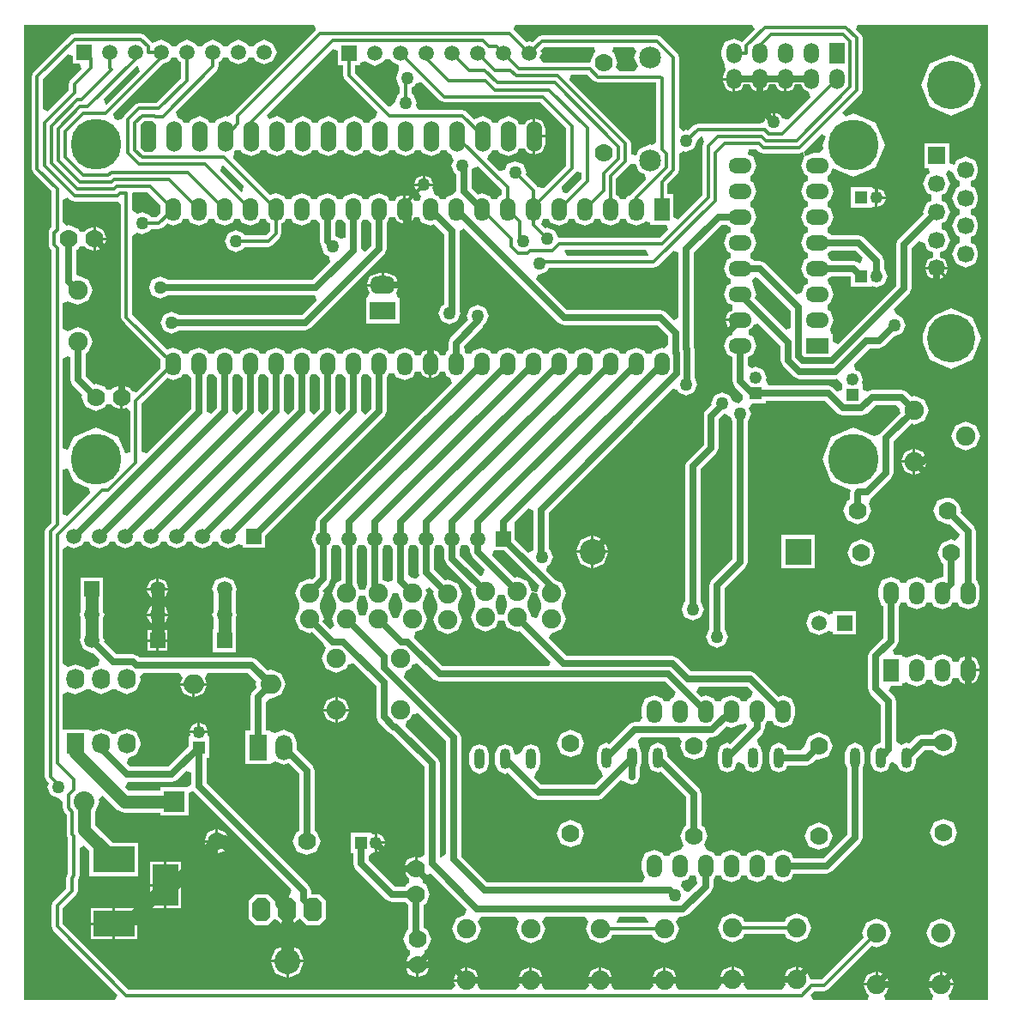
<source format=gbl>
G04 Layer_Physical_Order=2*
G04 Layer_Color=16711680*
%FSTAX24Y24*%
%MOIN*%
G70*
G01*
G75*
%ADD12C,0.0250*%
%ADD13C,0.0120*%
%ADD15R,0.0591X0.0591*%
%ADD16C,0.0591*%
%ADD17R,0.1000X0.0700*%
%ADD18O,0.1000X0.0700*%
%ADD19C,0.0700*%
%ADD20C,0.0750*%
%ADD21C,0.1969*%
%ADD22O,0.0600X0.1200*%
G04:AMPARAMS|DCode=23|XSize=120mil|YSize=60mil|CornerRadius=0mil|HoleSize=0mil|Usage=FLASHONLY|Rotation=90.000|XOffset=0mil|YOffset=0mil|HoleType=Round|Shape=Octagon|*
%AMOCTAGOND23*
4,1,8,0.0150,0.0600,-0.0150,0.0600,-0.0300,0.0450,-0.0300,-0.0450,-0.0150,-0.0600,0.0150,-0.0600,0.0300,-0.0450,0.0300,0.0450,0.0150,0.0600,0.0*
%
%ADD23OCTAGOND23*%

%ADD24R,0.0591X0.0591*%
%ADD25C,0.0492*%
%ADD26R,0.0492X0.0492*%
%ADD27R,0.0600X0.0900*%
%ADD28O,0.0600X0.0900*%
%ADD29O,0.0700X0.0800*%
%ADD30R,0.0700X0.0800*%
G04:AMPARAMS|DCode=31|XSize=70mil|YSize=90mil|CornerRadius=0mil|HoleSize=0mil|Usage=FLASHONLY|Rotation=180.000|XOffset=0mil|YOffset=0mil|HoleType=Round|Shape=Octagon|*
%AMOCTAGOND31*
4,1,8,0.0175,-0.0450,-0.0175,-0.0450,-0.0350,-0.0275,-0.0350,0.0275,-0.0175,0.0450,0.0175,0.0450,0.0350,0.0275,0.0350,-0.0275,0.0175,-0.0450,0.0*
%
%ADD31OCTAGOND31*%

%ADD32C,0.1000*%
%ADD33C,0.0800*%
%ADD34R,0.0800X0.0800*%
%ADD35R,0.1600X0.1000*%
%ADD36R,0.1000X0.1600*%
%ADD37R,0.1000X0.1000*%
%ADD38O,0.0650X0.1000*%
%ADD39R,0.0650X0.1000*%
%ADD40O,0.0800X0.0750*%
%ADD41R,0.0492X0.0492*%
%ADD42C,0.0850*%
%ADD43O,0.0591X0.0787*%
%ADD44R,0.0591X0.0787*%
%ADD45O,0.0400X0.0800*%
%ADD46C,0.1874*%
%ADD47R,0.0665X0.0665*%
%ADD48C,0.0665*%
%ADD49R,0.0900X0.0600*%
%ADD50O,0.0900X0.0600*%
%ADD51C,0.0500*%
%ADD52C,0.0500*%
G36*
X024101Y034726D02*
X024106Y034716D01*
X024113Y034713D01*
X024152Y03467D01*
Y033484D01*
X023918Y03325D01*
X023752Y033358D01*
X023748Y033362D01*
Y034697D01*
X023794Y034716D01*
X023826Y034791D01*
X024027Y03481D01*
X024101Y034726D01*
D02*
G37*
G36*
X023101D02*
X023106Y034716D01*
X023113Y034713D01*
X023152Y03467D01*
Y033484D01*
X022918Y03325D01*
X022752Y033358D01*
X022748Y033362D01*
Y034697D01*
X022794Y034716D01*
X022826Y034791D01*
X023027Y03481D01*
X023101Y034726D01*
D02*
G37*
G36*
X019101D02*
X019106Y034716D01*
X019113Y034713D01*
X019152Y03467D01*
Y033484D01*
X018927Y033259D01*
X018786Y033329D01*
X018748Y033362D01*
Y034697D01*
X018794Y034716D01*
X018826Y034791D01*
X019027Y03481D01*
X019101Y034726D01*
D02*
G37*
G36*
X025101D02*
X025106Y034716D01*
X025113Y034713D01*
X025152Y03467D01*
Y033484D01*
X024918Y03325D01*
X024752Y033358D01*
X024748Y033362D01*
Y034697D01*
X024794Y034716D01*
X024826Y034791D01*
X025027Y03481D01*
X025101Y034726D01*
D02*
G37*
G36*
X020101D02*
X020106Y034716D01*
X020113Y034713D01*
X020152Y03467D01*
Y033484D01*
X019918Y03325D01*
X019752Y033358D01*
X019748Y033362D01*
Y034697D01*
X019794Y034716D01*
X019826Y034791D01*
X020027Y03481D01*
X020101Y034726D01*
D02*
G37*
G36*
X013582Y030643D02*
X014203Y030385D01*
X014242Y030189D01*
X013362Y029309D01*
X013177Y029385D01*
Y031097D01*
X013377Y031136D01*
X013582Y030643D01*
D02*
G37*
G36*
X022101Y034726D02*
X022106Y034716D01*
X022113Y034713D01*
X022152Y03467D01*
Y033484D01*
X021918Y03325D01*
X021752Y033358D01*
X021748Y033362D01*
Y034697D01*
X021794Y034716D01*
X021826Y034791D01*
X022027Y03481D01*
X022101Y034726D01*
D02*
G37*
G36*
X021101D02*
X021106Y034716D01*
X021113Y034713D01*
X021152Y03467D01*
Y033484D01*
X020918Y03325D01*
X020752Y033358D01*
X020748Y033362D01*
Y034697D01*
X020794Y034716D01*
X020826Y034791D01*
X021027Y03481D01*
X021101Y034726D01*
D02*
G37*
G36*
X049134Y010516D02*
X047629D01*
X04759Y010716D01*
X047664Y010747D01*
X047793Y011061D01*
X046807D01*
X046936Y010747D01*
X04701Y010716D01*
X046971Y010516D01*
X045129D01*
X04509Y010716D01*
X045164Y010747D01*
X045293Y011061D01*
X044307D01*
X044436Y010747D01*
X04451Y010716D01*
X044471Y010516D01*
X042316D01*
X042239Y010701D01*
X042371Y010833D01*
X04275D01*
X042911Y0109D01*
X044625Y012615D01*
X0448Y012542D01*
X045202Y012709D01*
X045368Y013111D01*
X045202Y013513D01*
X0448Y013679D01*
X044398Y013513D01*
X044232Y013111D01*
X044304Y012936D01*
X042656Y011288D01*
X042399D01*
X042214Y011311D01*
X042064Y011674D01*
X04175Y011804D01*
Y011311D01*
X0417D01*
Y011261D01*
X041207D01*
X041272Y011103D01*
X041138Y010903D01*
X039762D01*
X039628Y011103D01*
X039693Y011261D01*
X038707D01*
X038772Y011103D01*
X038638Y010903D01*
X037096D01*
X036985Y011069D01*
X037043Y011211D01*
X036057D01*
X036115Y011069D01*
X036004Y010903D01*
X034596D01*
X034485Y011069D01*
X034543Y011211D01*
X033557D01*
X033615Y011069D01*
X033504Y010903D01*
X031896D01*
X031785Y011069D01*
X031843Y011211D01*
X030857D01*
X030915Y011069D01*
X030804Y010903D01*
X029396D01*
X029285Y011069D01*
X029343Y011211D01*
X028357D01*
X028415Y011069D01*
X028304Y010903D01*
X015729D01*
X013177Y013455D01*
Y014085D01*
X013681Y014588D01*
X013747Y014749D01*
Y015147D01*
X013761Y015161D01*
X013827Y015321D01*
Y01641D01*
X014012Y016486D01*
X0142Y016298D01*
Y015311D01*
X0161D01*
Y016611D01*
X015112D01*
X014433Y01729D01*
Y017819D01*
X014595Y018211D01*
X014553Y018312D01*
X014723Y018426D01*
X015244Y017905D01*
X01555Y017778D01*
X01695D01*
Y017661D01*
X01805D01*
Y018535D01*
X018198Y018586D01*
X01825Y01859D01*
X022079Y014761D01*
X021996Y014561D01*
X02195D01*
Y014011D01*
Y013461D01*
X022125D01*
X022237Y013572D01*
X022388Y013654D01*
X022499Y013562D01*
X02265Y013411D01*
X02315D01*
X0234Y013661D01*
Y014361D01*
X02315Y014611D01*
X022823D01*
Y014736D01*
X022735Y014946D01*
X018748Y018934D01*
Y019919D01*
X018846D01*
Y020711D01*
X018846D01*
X018783Y020806D01*
X018804Y020856D01*
X01845D01*
X018096D01*
X018117Y020806D01*
X018054Y020711D01*
X018054D01*
Y02034D01*
X017272Y019558D01*
X015782D01*
X015655Y019709D01*
X015717Y019897D01*
X016033Y020028D01*
X016191Y020411D01*
Y020511D01*
X016033Y020893D01*
X01565Y021052D01*
X015267Y020893D01*
X01525Y020852D01*
X01505D01*
X015033Y020893D01*
X01465Y021052D01*
X01435Y020928D01*
X01415Y021011D01*
Y021011D01*
X013177D01*
Y022357D01*
X013377Y022482D01*
X01365Y022369D01*
X014033Y022528D01*
X01405Y02257D01*
X01425D01*
X014267Y022528D01*
X01465Y022369D01*
X015033Y022528D01*
X01505Y02257D01*
X01525D01*
X015267Y022528D01*
X01565Y022369D01*
X016033Y022528D01*
X016191Y022911D01*
Y023011D01*
X016176Y023047D01*
X016287Y023213D01*
X017689D01*
X017815Y023013D01*
X017732Y022811D01*
X01825D01*
X018768D01*
X018685Y023013D01*
X018811Y023213D01*
X020377D01*
X020707Y022883D01*
X020657Y022761D01*
X020707Y022639D01*
X02054Y022471D01*
X020452Y022261D01*
Y020961D01*
X020275D01*
Y019661D01*
X021225D01*
Y019672D01*
X021425Y019756D01*
X02175Y019622D01*
X02194Y0197D01*
X022352Y019287D01*
Y017079D01*
X022267Y017043D01*
X022109Y016661D01*
X022267Y016278D01*
X02265Y01612D01*
X023033Y016278D01*
X023191Y016661D01*
X023033Y017043D01*
X022948Y017079D01*
Y019411D01*
X02286Y019621D01*
X022264Y020218D01*
Y020486D01*
X022114Y020849D01*
X02175Y021D01*
X021425Y020865D01*
X021225Y020949D01*
Y020961D01*
X021048D01*
Y022058D01*
X021225Y022193D01*
X021225Y022192D01*
X021275D01*
X021677Y022359D01*
X021843Y022761D01*
X021677Y023163D01*
X021275Y023329D01*
X021225D01*
X021139Y023293D01*
X02071Y023721D01*
X0205Y023808D01*
X016157D01*
X016119Y023846D01*
X015909Y023933D01*
X015248D01*
X014764Y024418D01*
X014782Y024461D01*
X014733Y024579D01*
Y025342D01*
X014782Y025461D01*
X014733Y025579D01*
Y026015D01*
X014745D01*
Y026906D01*
X013855D01*
Y026015D01*
X013867D01*
Y025579D01*
X013818Y025461D01*
X013867Y025342D01*
Y024579D01*
X013818Y024461D01*
X013959Y02412D01*
X0143Y023979D01*
X014343Y023997D01*
X014603Y023737D01*
X014547Y023509D01*
X014267Y023393D01*
X01425Y023352D01*
X01405D01*
X014033Y023393D01*
X01365Y023552D01*
X013377Y023439D01*
X013177Y023565D01*
Y02799D01*
X013377Y028121D01*
X0136Y028029D01*
X013941Y02817D01*
X013992Y028293D01*
X014208D01*
X014259Y02817D01*
X0146Y028029D01*
X014941Y02817D01*
X014992Y028293D01*
X015208D01*
X015259Y02817D01*
X0156Y028029D01*
X015941Y02817D01*
X015992Y028293D01*
X016208D01*
X016259Y02817D01*
X0166Y028029D01*
X016941Y02817D01*
X016992Y028293D01*
X017208D01*
X017259Y02817D01*
X0176Y028029D01*
X017941Y02817D01*
X017992Y028293D01*
X018208D01*
X018259Y02817D01*
X0186Y028029D01*
X018941Y02817D01*
X018992Y028293D01*
X019208D01*
X019259Y02817D01*
X0196Y028029D01*
X019941Y02817D01*
X019955Y028204D01*
X020155Y028164D01*
Y028065D01*
X021045D01*
Y028535D01*
X02566Y03315D01*
X025748Y033361D01*
Y034697D01*
X025794Y034716D01*
X025842Y034831D01*
X026058D01*
X026106Y034716D01*
X02645Y034574D01*
X026794Y034716D01*
X026869Y034896D01*
X027085D01*
X027144Y034755D01*
X0274Y034648D01*
Y035211D01*
Y035773D01*
X027144Y035667D01*
X027085Y035525D01*
X026869D01*
X026794Y035705D01*
X02645Y035848D01*
X026106Y035705D01*
X026058Y035591D01*
X025842D01*
X025794Y035705D01*
X02545Y035848D01*
X025106Y035705D01*
X025058Y035591D01*
X024842D01*
X024794Y035705D01*
X02445Y035848D01*
X024106Y035705D01*
X024058Y035591D01*
X023842D01*
X023794Y035705D01*
X02345Y035848D01*
X023106Y035705D01*
X023058Y035591D01*
X022842D01*
X022794Y035705D01*
X02245Y035848D01*
X022106Y035705D01*
X022058Y035591D01*
X021842D01*
X021794Y035705D01*
X02145Y035848D01*
X021106Y035705D01*
X021058Y035591D01*
X020842D01*
X020794Y035705D01*
X02045Y035848D01*
X020106Y035705D01*
X020058Y035591D01*
X019842D01*
X019794Y035705D01*
X01945Y035848D01*
X019106Y035705D01*
X019058Y035591D01*
X018842D01*
X018794Y035705D01*
X01845Y035848D01*
X018106Y035705D01*
X018058Y035591D01*
X017842D01*
X017794Y035705D01*
X01745Y035848D01*
X017227Y035755D01*
X015872Y037111D01*
Y040168D01*
X016072Y040302D01*
X01625Y040228D01*
X016556Y040355D01*
X016589Y040433D01*
X0169D01*
X017061Y0405D01*
X017227Y040666D01*
X01745Y040574D01*
X017794Y040716D01*
X017842Y040831D01*
X018058D01*
X018106Y040716D01*
X01845Y040574D01*
X018794Y040716D01*
X018842Y040831D01*
X019058D01*
X019106Y040716D01*
X01945Y040574D01*
X019794Y040716D01*
X019842Y040831D01*
X020058D01*
X020106Y040716D01*
X02045Y040574D01*
X020794Y040716D01*
X020842Y040831D01*
X021058D01*
X021106Y040716D01*
X021223Y040668D01*
Y040355D01*
X021056Y040188D01*
X020239D01*
X020206Y040267D01*
X0199Y040394D01*
X019594Y040267D01*
X019467Y039961D01*
X019594Y039655D01*
X0199Y039528D01*
X020206Y039655D01*
X020239Y039733D01*
X02115D01*
X021311Y0398D01*
X021611Y0401D01*
X021677Y040261D01*
Y040668D01*
X021794Y040716D01*
X021842Y040831D01*
X022058D01*
X022106Y040716D01*
X02245Y040574D01*
X022794Y040716D01*
X022826Y040791D01*
X023027Y04081D01*
X023101Y040726D01*
X023106Y040716D01*
X023113Y040713D01*
X023152Y04067D01*
Y039961D01*
X023226Y039783D01*
X023217Y039761D01*
X023344Y039455D01*
X023518Y039382D01*
X023565Y039147D01*
X022877Y038458D01*
X01726D01*
X017256Y038467D01*
X01695Y038594D01*
X016644Y038467D01*
X016517Y038161D01*
X016644Y037855D01*
X01695Y037728D01*
X017256Y037855D01*
X01726Y037863D01*
X022949D01*
X023038Y037711D01*
X023047Y037678D01*
X022477Y037108D01*
X01771D01*
X017706Y037117D01*
X0174Y037244D01*
X017094Y037117D01*
X016967Y036811D01*
X017094Y036505D01*
X0174Y036378D01*
X017706Y036505D01*
X01771Y036513D01*
X0226D01*
X02281Y0366D01*
X02566Y03945D01*
X025748Y039661D01*
Y040697D01*
X025794Y040716D01*
X025869Y040896D01*
X026085D01*
X026144Y040755D01*
X0264Y040648D01*
Y041211D01*
Y041773D01*
X026144Y041667D01*
X026085Y041525D01*
X025869D01*
X025794Y041705D01*
X02545Y041848D01*
X025106Y041705D01*
X025058Y041591D01*
X024842D01*
X024794Y041705D01*
X02445Y041848D01*
X024106Y041705D01*
X024058Y041591D01*
X023842D01*
X023794Y041705D01*
X02345Y041848D01*
X023106Y041705D01*
X023058Y041591D01*
X022842D01*
X022794Y041705D01*
X02245Y041848D01*
X022106Y041705D01*
X022058Y041591D01*
X021842D01*
X021794Y041705D01*
X02145Y041848D01*
X021227Y041755D01*
X019786Y043197D01*
X019825Y043393D01*
X019832Y043396D01*
X019879Y04351D01*
X020096D01*
X020143Y043396D01*
X020487Y043253D01*
X020832Y043396D01*
X020879Y04351D01*
X021096D01*
X021143Y043396D01*
X021487Y043253D01*
X021832Y043396D01*
X021879Y04351D01*
X022096D01*
X022143Y043396D01*
X022487Y043253D01*
X022832Y043396D01*
X022879Y04351D01*
X023096D01*
X023143Y043396D01*
X023487Y043253D01*
X023832Y043396D01*
X023879Y04351D01*
X024096D01*
X024143Y043396D01*
X024487Y043253D01*
X024832Y043396D01*
X024879Y04351D01*
X025096D01*
X025143Y043396D01*
X025487Y043253D01*
X025832Y043396D01*
X025879Y04351D01*
X026096D01*
X026143Y043396D01*
X026487Y043253D01*
X026832Y043396D01*
X026879Y04351D01*
X027096D01*
X027143Y043396D01*
X027487Y043253D01*
X027832Y043396D01*
X027879Y04351D01*
X028096D01*
X028143Y043396D01*
X02827Y043343D01*
X028348Y043095D01*
X028267Y0429D01*
X028394Y042594D01*
X028452Y04257D01*
Y042033D01*
X028451Y041909D01*
X028289Y041781D01*
X028106Y041705D01*
X028058Y041591D01*
X027842D01*
X027794Y041705D01*
X027616Y041779D01*
X027526Y042033D01*
X027558Y042111D01*
X026842D01*
X026932Y041893D01*
X027003Y041864D01*
X027106Y041705D01*
X027031Y041525D01*
X026815D01*
X026756Y041667D01*
X0265Y041773D01*
Y041211D01*
Y040648D01*
X026756Y040755D01*
X026815Y040896D01*
X027031D01*
X027106Y040716D01*
X02745Y040574D01*
X027603Y040637D01*
X028002Y040237D01*
Y037512D01*
X027894Y037467D01*
X027767Y037161D01*
X027894Y036855D01*
X0282Y036728D01*
X028506Y036855D01*
X028633Y037161D01*
X028598Y037246D01*
Y040359D01*
X028602Y040363D01*
X028768Y040472D01*
X03244Y0368D01*
X03265Y036713D01*
X036277D01*
X036702Y036287D01*
Y035923D01*
X036536Y035812D01*
X03645Y035848D01*
X036106Y035705D01*
X036058Y035591D01*
X035842D01*
X035794Y035705D01*
X03545Y035848D01*
X035106Y035705D01*
X035058Y035591D01*
X034842D01*
X034794Y035705D01*
X03445Y035848D01*
X034106Y035705D01*
X034058Y035591D01*
X033842D01*
X033794Y035705D01*
X03345Y035848D01*
X033106Y035705D01*
X033058Y035591D01*
X032842D01*
X032794Y035705D01*
X03245Y035848D01*
X032106Y035705D01*
X032058Y035591D01*
X031842D01*
X031794Y035705D01*
X03145Y035848D01*
X031106Y035705D01*
X031058Y035591D01*
X030842D01*
X030794Y035705D01*
X03045Y035848D01*
X030106Y035705D01*
X030058Y035591D01*
X029842D01*
X029794Y035705D01*
X02945Y035848D01*
X029106Y035705D01*
X029058Y035591D01*
X028842D01*
X028794Y035705D01*
X028792Y035706D01*
X02877Y035909D01*
X02951Y03665D01*
X029543Y036728D01*
X029606Y036755D01*
X029733Y037061D01*
X029606Y037367D01*
X0293Y037494D01*
X028994Y037367D01*
X028867Y037061D01*
X028929Y036911D01*
X02824Y036221D01*
X028152Y036011D01*
Y035724D01*
X028106Y035705D01*
X028031Y035525D01*
X027815D01*
X027756Y035667D01*
X0275Y035773D01*
Y035211D01*
Y034648D01*
X027756Y034755D01*
X027815Y034896D01*
X028031D01*
X028106Y034716D01*
X028243Y03466D01*
X028282Y034463D01*
X02309Y029271D01*
X023002Y029061D01*
Y028769D01*
X022959Y028751D01*
X022818Y028411D01*
X022959Y02807D01*
X023002Y028052D01*
Y026984D01*
X022854Y026836D01*
X02275Y026879D01*
X022348Y026713D01*
X022182Y026311D01*
X022348Y025909D01*
X022348Y025713D01*
X022182Y025311D01*
X022348Y024909D01*
X02275Y024742D01*
X022854Y024786D01*
X023307Y024333D01*
X023398Y024163D01*
X023232Y023761D01*
X023398Y023359D01*
X0238Y023192D01*
X024202Y023359D01*
X024279Y023545D01*
X024475Y023584D01*
X025352Y022707D01*
Y021491D01*
X02544Y021281D01*
X02582Y0209D01*
X025938Y020851D01*
X027227Y019562D01*
Y016142D01*
X027061Y016031D01*
X02695Y016077D01*
Y015611D01*
X0269D01*
Y015561D01*
X026434D01*
X026556Y015266D01*
X026624Y015238D01*
Y015048D01*
X026606Y01503D01*
X026517Y014993D01*
X026485Y014915D01*
X026478Y014908D01*
X026073D01*
X025048Y015934D01*
Y016055D01*
X025146Y016215D01*
X025291Y016232D01*
Y016611D01*
Y016965D01*
X02524Y016944D01*
X025146Y017007D01*
Y017007D01*
X024354D01*
Y016215D01*
X024452D01*
Y015811D01*
X02454Y0156D01*
X02574Y0144D01*
X02595Y014313D01*
X026482D01*
X026517Y014228D01*
X026602Y014193D01*
Y013258D01*
X026567Y013243D01*
X026409Y012861D01*
X026567Y012478D01*
X026674Y012434D01*
Y012234D01*
X026606Y012205D01*
X026484Y011911D01*
X02695D01*
X027416D01*
X027294Y012205D01*
X027226Y012234D01*
Y012434D01*
X027333Y012478D01*
X027491Y012861D01*
X027333Y013243D01*
X027198Y013299D01*
Y014193D01*
X027283Y014228D01*
X027441Y014611D01*
X027283Y014993D01*
X027176Y015038D01*
Y015238D01*
X027244Y015266D01*
X027287Y015368D01*
X027483Y015407D01*
X028876Y014014D01*
X028799Y013808D01*
X028448Y013663D01*
X028282Y013261D01*
X028448Y012859D01*
X02885Y012692D01*
X029252Y012859D01*
X029418Y013261D01*
X029303Y013538D01*
X029437Y013738D01*
X030763D01*
X030897Y013538D01*
X030782Y013261D01*
X030948Y012859D01*
X03135Y012692D01*
X031752Y012859D01*
X031918Y013261D01*
X031803Y013538D01*
X031937Y013738D01*
X033463D01*
X033597Y013538D01*
X033482Y013261D01*
X033648Y012859D01*
X03405Y012692D01*
X034452Y012859D01*
X034524Y013033D01*
X036076D01*
X036148Y012859D01*
X03655Y012692D01*
X036952Y012859D01*
X037118Y013261D01*
X037003Y013538D01*
X037137Y013738D01*
X037275D01*
X037485Y013825D01*
X03836Y0147D01*
X038448Y014911D01*
Y015197D01*
X038494Y015216D01*
X038542Y015331D01*
X038758D01*
X038806Y015216D01*
X03915Y015074D01*
X039494Y015216D01*
X039542Y015331D01*
X039758D01*
X039806Y015216D01*
X04015Y015074D01*
X040494Y015216D01*
X040542Y015331D01*
X040758D01*
X040806Y015216D01*
X04115Y015074D01*
X041494Y015216D01*
X041576Y015413D01*
X04285D01*
X04306Y0155D01*
X04416Y0166D01*
X044248Y016811D01*
Y019515D01*
X044329Y019711D01*
Y020111D01*
X044218Y020379D01*
X04395Y02049D01*
X043682Y020379D01*
X043571Y020111D01*
Y019711D01*
X043652Y019515D01*
Y016934D01*
X042727Y016008D01*
X041576D01*
X041494Y016205D01*
X04115Y016348D01*
X040806Y016205D01*
X040758Y016091D01*
X040542D01*
X040494Y016205D01*
X04015Y016348D01*
X039806Y016205D01*
X039758Y016091D01*
X039542D01*
X039494Y016205D01*
X03915Y016348D01*
X038806Y016205D01*
X038758Y016091D01*
X038542D01*
X038494Y016205D01*
X038195Y016329D01*
X038105Y016533D01*
X038241Y016861D01*
X038083Y017243D01*
X037998Y017279D01*
Y018511D01*
X03791Y018721D01*
X036679Y019953D01*
Y020111D01*
X036568Y020379D01*
X0363Y02049D01*
X036032Y020379D01*
X035921Y020111D01*
Y019711D01*
X036032Y019443D01*
X0363Y019332D01*
X036412Y019378D01*
X037402Y018387D01*
Y017279D01*
X037317Y017243D01*
X037159Y016861D01*
X037309Y016498D01*
X037212Y016322D01*
X03715Y016348D01*
X036806Y016205D01*
X036758Y016091D01*
X036542D01*
X036494Y016205D01*
X03615Y016348D01*
X035806Y016205D01*
X035663Y015861D01*
Y015561D01*
X035788Y015258D01*
X035702Y015058D01*
X029673D01*
X028648Y016084D01*
Y020696D01*
X02856Y020906D01*
X026435Y023032D01*
X026482Y023268D01*
X026702Y023359D01*
X026779Y023545D01*
X026975Y023584D01*
X027609Y02295D01*
X027819Y022863D01*
X036577D01*
X036982Y022458D01*
X036943Y022262D01*
X036806Y022205D01*
X036758Y022091D01*
X036542D01*
X036494Y022205D01*
X03615Y022348D01*
X035806Y022205D01*
X035663Y021861D01*
Y021561D01*
X035699Y021475D01*
X035587Y021308D01*
X0354D01*
X03519Y021221D01*
X034412Y020443D01*
X0343Y02049D01*
X034032Y020379D01*
X033921Y020111D01*
Y019711D01*
X034032Y019443D01*
X0341Y019415D01*
X034147Y019179D01*
X033827Y018858D01*
X031773D01*
X031503Y019129D01*
X03155Y019365D01*
X031618Y019393D01*
X031729Y019661D01*
Y020061D01*
X031618Y020329D01*
X03135Y02044D01*
X031082Y020329D01*
X030996Y020121D01*
X030824Y020039D01*
X030771Y020031D01*
X030729Y020059D01*
Y020061D01*
X030618Y020329D01*
X03035Y02044D01*
X030082Y020329D01*
X029971Y020061D01*
Y019661D01*
X030082Y019393D01*
X03035Y019282D01*
X030462Y019328D01*
X03144Y01835D01*
X03165Y018263D01*
X03395D01*
X03416Y01835D01*
X03484Y01903D01*
X035076Y018983D01*
X03509Y01895D01*
X0353Y018863D01*
X03551Y01895D01*
X035598Y019161D01*
Y019515D01*
X035679Y019711D01*
Y020111D01*
X035568Y020379D01*
X035524Y020592D01*
X035628Y020713D01*
X035851D01*
X035912Y020688D01*
X037114D01*
X037226Y020522D01*
X037159Y020361D01*
X037317Y019978D01*
X0377Y01982D01*
X038083Y019978D01*
X038241Y020361D01*
X038174Y020522D01*
X038286Y020688D01*
X038388D01*
X038599Y020775D01*
X038971Y021148D01*
X03915Y021074D01*
X039494Y021216D01*
X039713Y02122D01*
X03976Y021131D01*
X039714Y021046D01*
X039112Y020443D01*
X039Y02049D01*
X038732Y020379D01*
X038621Y020111D01*
Y019711D01*
X038732Y019443D01*
X039Y019332D01*
X039268Y019443D01*
X039379Y019711D01*
Y019712D01*
X039421Y01974D01*
X039474Y019732D01*
X039646Y01965D01*
X039732Y019443D01*
X04Y019332D01*
X040268Y019443D01*
X040379Y019711D01*
Y020111D01*
X040268Y020379D01*
X0402Y020407D01*
X040153Y020643D01*
X04036Y02085D01*
X040448Y021061D01*
Y021197D01*
X040494Y021216D01*
X040542Y021331D01*
X040758D01*
X040806Y021216D01*
X04115Y021074D01*
X041494Y021216D01*
X041637Y021561D01*
Y021861D01*
X041494Y022205D01*
X04115Y022348D01*
X040997Y022284D01*
X04011Y023171D01*
X0399Y023258D01*
X037589D01*
X037076Y023771D01*
X036866Y023858D01*
X032761D01*
X032053Y024566D01*
X03215Y024742D01*
X032552Y024909D01*
X032718Y025311D01*
X032552Y025713D01*
X032552Y025909D01*
X032718Y026311D01*
X032552Y026713D01*
X032325Y026806D01*
X031965Y027166D01*
X032004Y027362D01*
X032106Y027405D01*
X032233Y027711D01*
X032106Y028017D01*
X032048Y028041D01*
Y029424D01*
X036859Y034236D01*
X037056Y034197D01*
X037094Y034105D01*
X0374Y033978D01*
X037706Y034105D01*
X037833Y034411D01*
X037723Y034677D01*
Y035765D01*
X037698Y035825D01*
Y039537D01*
X038773Y040613D01*
X038986D01*
X039006Y040566D01*
X03912Y040519D01*
Y040302D01*
X039006Y040255D01*
X038863Y039911D01*
X039006Y039566D01*
X03912Y039519D01*
Y039302D01*
X039006Y039255D01*
X038863Y038911D01*
X039006Y038566D01*
X03912Y038519D01*
Y038302D01*
X039006Y038255D01*
X038863Y037911D01*
X039006Y037566D01*
X039185Y037492D01*
Y037275D01*
X039044Y037217D01*
X038938Y036961D01*
X0395D01*
Y036861D01*
X038938D01*
X039044Y036605D01*
X039185Y036546D01*
Y03633D01*
X039006Y036255D01*
X038863Y035911D01*
X039006Y035566D01*
X039202Y035485D01*
Y034524D01*
X03929Y034313D01*
X039608Y033995D01*
X039605Y033852D01*
X0395Y033694D01*
X039418Y03366D01*
X039184Y033779D01*
X039106Y033967D01*
X0388Y034094D01*
X038494Y033967D01*
X038367Y033661D01*
X038385Y033617D01*
X03814Y033371D01*
X038052Y033161D01*
Y032068D01*
X03744Y031455D01*
X037352Y031245D01*
Y02597D01*
X037344Y025967D01*
X037217Y025661D01*
X037344Y025355D01*
X03765Y025228D01*
X037956Y025355D01*
X038083Y025661D01*
X037956Y025967D01*
X037948Y02597D01*
Y031122D01*
X03856Y031735D01*
X038648Y031945D01*
Y033037D01*
X038865Y033255D01*
X038882Y033262D01*
X039116Y033142D01*
X039194Y032955D01*
X039202Y032951D01*
Y027634D01*
X03839Y026821D01*
X038302Y026611D01*
Y02492D01*
X038294Y024917D01*
X038167Y024611D01*
X038294Y024305D01*
X0386Y024178D01*
X038906Y024305D01*
X039033Y024611D01*
X038906Y024917D01*
X038898Y02492D01*
Y026487D01*
X03971Y0273D01*
X039798Y027511D01*
Y032951D01*
X039806Y032955D01*
X039933Y033261D01*
X039845Y033474D01*
X03996Y033674D01*
X040496D01*
Y033772D01*
X042791D01*
X04328Y033284D01*
X04349Y033197D01*
X04421D01*
X04442Y033284D01*
X04475Y033613D01*
X045562D01*
X045694Y033441D01*
X045682Y033411D01*
X045725Y033307D01*
X044957Y032539D01*
X044931Y032476D01*
X044686Y032407D01*
X043909Y032729D01*
X043041Y032369D01*
X042681Y031501D01*
X043041Y030633D01*
X043807Y030315D01*
X043752Y030182D01*
Y029929D01*
X043667Y029893D01*
X043509Y029511D01*
X043667Y029128D01*
X04405Y02897D01*
X044433Y029128D01*
X044591Y029511D01*
X044488Y029759D01*
X044581Y030006D01*
X044641Y030031D01*
X045378Y030769D01*
X045466Y030979D01*
Y032205D01*
X046146Y032886D01*
X04625Y032842D01*
X046652Y033009D01*
X046818Y033411D01*
X046652Y033813D01*
X04625Y033979D01*
X046146Y033936D01*
X04596Y034121D01*
X04575Y034208D01*
X044626D01*
X044446Y034134D01*
X044246Y034213D01*
Y034411D01*
X044246D01*
X044216Y034456D01*
X044279Y034606D01*
X044153Y034909D01*
X043979Y034981D01*
X043932Y035217D01*
X044528Y035813D01*
X0449D01*
X04511Y0359D01*
X045492Y036281D01*
X0455Y036278D01*
X045806Y036405D01*
X045933Y036711D01*
X045806Y037017D01*
X045553Y037121D01*
X045478Y037328D01*
X04606Y037911D01*
X046148Y038122D01*
Y039701D01*
X046425Y039978D01*
X046649Y039919D01*
X046762Y039646D01*
X046991Y039551D01*
Y039335D01*
X046801Y039256D01*
X046684Y038975D01*
X047579D01*
X047463Y039256D01*
X047273Y039335D01*
Y039551D01*
X047501Y039646D01*
X047654Y040015D01*
X047501Y040385D01*
X047338Y040452D01*
Y040669D01*
X047501Y040737D01*
X047654Y041106D01*
X047501Y041475D01*
X047338Y041543D01*
Y041759D01*
X047501Y041827D01*
X047654Y042197D01*
X047501Y042566D01*
X047581Y042733D01*
X047771Y042636D01*
X047881Y042372D01*
X048044Y042305D01*
Y042088D01*
X047881Y042021D01*
X047728Y041651D01*
X047881Y041282D01*
X048044Y041214D01*
Y040998D01*
X047881Y04093D01*
X047728Y040561D01*
X047881Y040191D01*
X048044Y040124D01*
Y039907D01*
X047881Y03984D01*
X047728Y03947D01*
X047881Y039101D01*
X04825Y038948D01*
X048619Y039101D01*
X048772Y03947D01*
X048619Y03984D01*
X048456Y039907D01*
Y040124D01*
X048619Y040191D01*
X048772Y040561D01*
X048619Y04093D01*
X048456Y040998D01*
Y041214D01*
X048619Y041282D01*
X048772Y041651D01*
X048619Y042021D01*
X048456Y042088D01*
Y042305D01*
X048619Y042372D01*
X048772Y042742D01*
X048619Y043111D01*
X04825Y043264D01*
X047881Y043111D01*
X047815Y042952D01*
X047615Y042992D01*
Y04377D01*
X046649D01*
Y042804D01*
X046815D01*
X046855Y042604D01*
X046762Y042566D01*
X046609Y042197D01*
X046762Y041827D01*
X046926Y041759D01*
Y041543D01*
X046762Y041475D01*
X046609Y041106D01*
X046639Y041034D01*
X04564Y040035D01*
X045552Y039824D01*
Y038245D01*
X043285Y035978D01*
X0431Y036054D01*
Y036361D01*
X043021D01*
X042981Y036561D01*
X042994Y036566D01*
X043137Y036911D01*
X042994Y037255D01*
X04288Y037302D01*
Y037519D01*
X042994Y037566D01*
X043137Y037911D01*
X042994Y038255D01*
X042919Y038286D01*
X042901Y038487D01*
X042985Y038562D01*
X042994Y038566D01*
X042998Y038574D01*
X043041Y038613D01*
X043781D01*
X043809Y038586D01*
Y038215D01*
X044601D01*
Y038215D01*
X044645Y038244D01*
X044795Y038182D01*
X045098Y038308D01*
X045224Y038611D01*
X045098Y038914D01*
X045093Y038916D01*
Y039215D01*
X045006Y039426D01*
X04431Y040121D01*
X0441Y040208D01*
X043014D01*
X042994Y040255D01*
X04288Y040302D01*
Y040519D01*
X042994Y040566D01*
X043137Y040911D01*
X042994Y041255D01*
X04288Y041302D01*
Y041519D01*
X042994Y041566D01*
X043137Y041911D01*
X042994Y042255D01*
X04288Y042302D01*
Y042519D01*
X042994Y042566D01*
X043097Y042814D01*
X043909Y042478D01*
X044777Y042837D01*
X045136Y043706D01*
X044777Y044574D01*
X043909Y044933D01*
X04358Y044797D01*
X043469Y044964D01*
X044186Y04568D01*
X044253Y045841D01*
Y047853D01*
X044186Y048014D01*
X044001Y048199D01*
X044078Y048384D01*
X049134D01*
Y010516D01*
D02*
G37*
G36*
X037102Y039527D02*
Y036991D01*
X036918Y036914D01*
X03661Y037221D01*
X0364Y037308D01*
X032773D01*
X031564Y038518D01*
X031677Y038687D01*
X0317Y038678D01*
X032006Y038805D01*
X03206Y038933D01*
X036132D01*
X036293Y039D01*
X036902Y03961D01*
X037102Y039527D01*
D02*
G37*
G36*
X035938Y039433D02*
X035907Y039388D01*
X032774D01*
X032667Y039588D01*
X032697Y039633D01*
X035831D01*
X035938Y039433D01*
D02*
G37*
G36*
X044251Y039339D02*
X044185Y039122D01*
X044126Y03911D01*
X044115Y039121D01*
X043905Y039208D01*
X043014D01*
X042994Y039255D01*
X042919Y039286D01*
X042901Y039487D01*
X042985Y039562D01*
X042994Y039566D01*
X042998Y039574D01*
X043041Y039613D01*
X043977D01*
X044251Y039339D01*
D02*
G37*
G36*
X018101Y034726D02*
X018106Y034716D01*
X018113Y034713D01*
X018152Y03467D01*
Y033471D01*
X016422Y031741D01*
X016237Y031818D01*
Y033677D01*
X017227Y034666D01*
X01745Y034574D01*
X017794Y034716D01*
X017826Y034791D01*
X018027Y03481D01*
X018101Y034726D01*
D02*
G37*
G36*
X041077Y035912D02*
Y035331D01*
X041165Y035121D01*
X04159Y034696D01*
X0418Y034608D01*
X0432D01*
X043237Y034624D01*
X043328Y034574D01*
X043454Y034411D01*
X043454Y034411D01*
X043454D01*
Y034213D01*
X043269Y034136D01*
X043125Y034281D01*
X042914Y034368D01*
X040611D01*
X040489Y034565D01*
X040529Y034661D01*
X040403Y034964D01*
X0401Y035089D01*
X039964Y035033D01*
X039798Y035144D01*
Y035485D01*
X039994Y035566D01*
X040137Y035911D01*
X039994Y036255D01*
X039815Y03633D01*
Y036546D01*
X039956Y036605D01*
X040013Y036742D01*
X040209Y036781D01*
X041077Y035912D01*
D02*
G37*
G36*
X040225Y04345D02*
X040386Y043383D01*
X041795D01*
X041928Y043438D01*
X042005Y043254D01*
X041863Y042911D01*
X042006Y042566D01*
X04212Y042519D01*
Y042302D01*
X042006Y042255D01*
X041863Y041911D01*
X042006Y041566D01*
X04212Y041519D01*
Y041302D01*
X042006Y041255D01*
X041863Y040911D01*
X042006Y040566D01*
X04212Y040519D01*
Y040302D01*
X042006Y040255D01*
X041863Y039911D01*
X042006Y039566D01*
X04212Y039519D01*
Y039302D01*
X042006Y039255D01*
X041863Y038911D01*
X042006Y038566D01*
X04212Y038519D01*
Y038302D01*
X042006Y038255D01*
X04189Y037976D01*
X041678Y037905D01*
X040462Y039121D01*
X040251Y039208D01*
X040014D01*
X039994Y039255D01*
X03988Y039302D01*
Y039519D01*
X039994Y039566D01*
X040137Y039911D01*
X039994Y040255D01*
X03988Y040302D01*
Y040519D01*
X039994Y040566D01*
X040137Y040911D01*
X039994Y041255D01*
X03988Y041302D01*
Y041519D01*
X039994Y041566D01*
X040137Y041911D01*
X039994Y042255D01*
X03988Y042302D01*
Y042519D01*
X039994Y042566D01*
X040137Y042911D01*
X039994Y043255D01*
X039781Y043343D01*
X039821Y043543D01*
X040132D01*
X040225Y04345D01*
D02*
G37*
G36*
X040199Y038542D02*
X041477Y037263D01*
Y036616D01*
X041293Y036539D01*
X040074Y037758D01*
X040137Y037911D01*
X039994Y038255D01*
X039991Y038257D01*
X039966Y038483D01*
X040064Y038558D01*
X040199Y038542D01*
D02*
G37*
G36*
X031345Y029582D02*
X031452Y029509D01*
Y027962D01*
X031343Y027894D01*
X031256Y027876D01*
X030745Y028386D01*
Y028856D01*
X030745D01*
X030716Y029056D01*
X031268Y029607D01*
X031345Y029582D01*
D02*
G37*
G36*
X027951Y028091D02*
X027959Y02807D01*
X027975Y028064D01*
X028002Y028032D01*
Y027648D01*
X02809Y027438D01*
X029062Y026465D01*
X029019Y026361D01*
X029186Y025959D01*
X029186Y025763D01*
X029019Y025361D01*
X029186Y024959D01*
X029587Y024792D01*
X029989Y024959D01*
X030104Y025236D01*
X030321D01*
X030436Y024959D01*
X030837Y024792D01*
X030942Y024836D01*
X032134Y023643D01*
X032058Y023458D01*
X027943D01*
X026838Y024563D01*
X026858Y02477D01*
X02687Y024792D01*
X027152Y024909D01*
X027318Y025311D01*
X027159Y025695D01*
X027152Y025736D01*
Y025885D01*
X027159Y025926D01*
X027318Y026311D01*
X027272Y026422D01*
X027442Y026536D01*
X027612Y026365D01*
X027569Y026261D01*
X027736Y025859D01*
X027736Y025663D01*
X027569Y025261D01*
X027736Y024859D01*
X028137Y024692D01*
X028539Y024859D01*
X028706Y025261D01*
X028539Y025663D01*
X028539Y025859D01*
X028706Y026261D01*
X028539Y026663D01*
X028137Y026829D01*
X028033Y026786D01*
X027598Y027221D01*
Y028052D01*
X027641Y02807D01*
X027677Y028158D01*
X027877Y028175D01*
X027951Y028091D01*
D02*
G37*
G36*
X039982Y022458D02*
X039943Y022262D01*
X039806Y022205D01*
X039758Y022091D01*
X039542D01*
X039494Y022205D01*
X03915Y022348D01*
X038806Y022205D01*
X038758Y022091D01*
X038542D01*
X038494Y022205D01*
X03815Y022348D01*
X037997Y022284D01*
X037803Y022478D01*
X03788Y022663D01*
X039777D01*
X039982Y022458D01*
D02*
G37*
G36*
X026348Y025909D02*
X026348Y025713D01*
X026191Y025332D01*
X025997D01*
X025839Y025713D01*
X025839Y025909D01*
X025997Y026289D01*
X026191D01*
X026348Y025909D01*
D02*
G37*
G36*
X023951Y028091D02*
X023959Y02807D01*
X023974Y028064D01*
X024002Y028032D01*
Y026802D01*
X023786Y026713D01*
X023619Y026311D01*
X023786Y025909D01*
X023786Y025713D01*
X023619Y025311D01*
X023736Y025028D01*
X023567Y024915D01*
X023275Y025207D01*
X023318Y025311D01*
X023152Y025713D01*
X023152Y025909D01*
X023318Y026311D01*
X023275Y026415D01*
X02351Y02665D01*
X023598Y026861D01*
Y028052D01*
X023641Y02807D01*
X023677Y028158D01*
X023877Y028175D01*
X023951Y028091D01*
D02*
G37*
G36*
X037806Y015216D02*
X037808Y015215D01*
X03783Y015012D01*
X037509Y014691D01*
X037313Y01473D01*
X037256Y014867D01*
X037203Y014889D01*
X037215Y0151D01*
X037494Y015216D01*
X037542Y015331D01*
X037758D01*
X037806Y015216D01*
D02*
G37*
G36*
X035916Y013538D02*
X03589Y013488D01*
X03471D01*
X034684Y013538D01*
X034804Y013738D01*
X035796D01*
X035916Y013538D01*
D02*
G37*
G36*
X018152Y019336D02*
Y018918D01*
X018068Y018788D01*
X017968Y018761D01*
X01695D01*
Y018644D01*
X015729D01*
X015595Y018778D01*
X015613Y01884D01*
X015693Y018963D01*
X017395D01*
X017606Y01905D01*
X017968Y019412D01*
X018152Y019336D01*
D02*
G37*
G36*
X028052Y020572D02*
Y016153D01*
X027852Y016034D01*
X027823Y01605D01*
Y019686D01*
X027735Y019896D01*
X026487Y021144D01*
X026526Y02134D01*
X026664Y021397D01*
X026746Y021596D01*
X026982Y021643D01*
X028052Y020572D01*
D02*
G37*
G36*
X025951Y028091D02*
X025959Y02807D01*
X025975Y028064D01*
X026002Y028032D01*
Y026811D01*
X025822Y026722D01*
X025818Y026722D01*
X025598Y026813D01*
Y028052D01*
X025641Y02807D01*
X025677Y028158D01*
X025877Y028175D01*
X025951Y028091D01*
D02*
G37*
G36*
X024951D02*
X024959Y02807D01*
X024975Y028064D01*
X025002Y028032D01*
Y026632D01*
X024921Y026435D01*
X024704D01*
X024598Y026692D01*
Y028052D01*
X024641Y02807D01*
X024677Y028158D01*
X024877Y028175D01*
X024951Y028091D01*
D02*
G37*
G36*
X028951D02*
X028959Y02807D01*
X028974Y028064D01*
X029002Y028032D01*
Y027898D01*
X02909Y027688D01*
X029558Y02722D01*
X029493Y027001D01*
X02939Y026979D01*
X028598Y027771D01*
Y028052D01*
X028641Y02807D01*
X028677Y028158D01*
X028877Y028175D01*
X028951Y028091D01*
D02*
G37*
G36*
X026951D02*
X026959Y02807D01*
X026974Y028064D01*
X027002Y028032D01*
Y027098D01*
X027041Y027006D01*
X026905Y026859D01*
X026735Y026894D01*
X026598Y027032D01*
Y028052D01*
X026641Y02807D01*
X026677Y028158D01*
X026877Y028175D01*
X026951Y028091D01*
D02*
G37*
G36*
X025036Y025909D02*
X025036Y025713D01*
X024921Y025435D01*
X024704D01*
X024589Y025713D01*
X024589Y025909D01*
X024704Y026186D01*
X024921D01*
X025036Y025909D01*
D02*
G37*
G36*
X031591Y026289D02*
X031748Y025909D01*
X031748Y025713D01*
X031591Y025332D01*
X031397Y025382D01*
X031239Y025763D01*
X031239Y025959D01*
X031397Y026339D01*
X031591Y026289D01*
D02*
G37*
G36*
X031698Y026592D02*
X031591Y026332D01*
X031397Y026382D01*
X031239Y026763D01*
X030837Y026929D01*
X030733Y026886D01*
X029853Y027766D01*
X029937Y027965D01*
X030324D01*
X031698Y026592D01*
D02*
G37*
G36*
X030436Y025959D02*
X030436Y025763D01*
X030321Y025485D01*
X030104D01*
X029989Y025763D01*
X029989Y025959D01*
X030104Y026236D01*
X030321D01*
X030436Y025959D01*
D02*
G37*
G36*
X022996Y048246D02*
X023001Y048184D01*
X019817Y044999D01*
X019784Y044921D01*
X019565Y044795D01*
X019487Y044827D01*
X019143Y044685D01*
X019096Y04457D01*
X018879D01*
X018832Y044685D01*
X018487Y044827D01*
X018143Y044685D01*
X018096Y04457D01*
X017879D01*
X017832Y044685D01*
X017617Y044774D01*
X01757Y045009D01*
X019161Y0466D01*
X019227Y046761D01*
Y046923D01*
X019341Y04697D01*
X019392Y047093D01*
X019608D01*
X019659Y04697D01*
X02Y046829D01*
X020341Y04697D01*
X020392Y047093D01*
X020608D01*
X020659Y04697D01*
X021Y046829D01*
X021341Y04697D01*
X021482Y047311D01*
X021341Y047651D01*
X021Y047793D01*
X020659Y047651D01*
X020608Y047528D01*
X020392D01*
X020341Y047651D01*
X02Y047793D01*
X019659Y047651D01*
X019608Y047528D01*
X019392D01*
X019341Y047651D01*
X019Y047793D01*
X018659Y047651D01*
X018608Y047528D01*
X018392D01*
X018341Y047651D01*
X018Y047793D01*
X017659Y047651D01*
X017608Y047528D01*
X017392D01*
X017341Y047651D01*
X017Y047793D01*
X016675Y047658D01*
X016666Y047681D01*
X016666Y047681D01*
X01637Y047977D01*
X016209Y048043D01*
X013618D01*
X013457Y047977D01*
X012015Y046535D01*
X011948Y046374D01*
Y042783D01*
X012015Y042623D01*
X012723Y041915D01*
Y040497D01*
X012679Y040453D01*
X012613Y040293D01*
Y039829D01*
X012679Y039668D01*
X012723Y039625D01*
Y029051D01*
X012519Y028848D01*
X012453Y028687D01*
Y019181D01*
X012519Y01902D01*
X012629Y01891D01*
X012567Y018761D01*
X012694Y018455D01*
X013Y018328D01*
X013163Y018219D01*
Y017958D01*
X013229Y017797D01*
X013313Y017714D01*
Y01692D01*
X013373Y016775D01*
Y015415D01*
X013359Y015402D01*
X013293Y015241D01*
Y014843D01*
X012789Y01434D01*
X012723Y014179D01*
Y013361D01*
X012789Y0132D01*
X015288Y010701D01*
X015211Y010516D01*
X011666D01*
Y03905D01*
Y048384D01*
X022943D01*
X022996Y048246D01*
D02*
G37*
G36*
X033878Y047318D02*
X033817Y047293D01*
X033659Y046911D01*
X033474Y046888D01*
X031844D01*
X03171Y047088D01*
X031782Y047261D01*
X031735Y047374D01*
X031879Y047518D01*
X033838D01*
X033878Y047318D01*
D02*
G37*
G36*
X016081Y046785D02*
X016158Y04658D01*
X014846Y045268D01*
X014826Y045272D01*
X01476Y045489D01*
X016059Y046787D01*
X016081Y046785D01*
D02*
G37*
G36*
X020211Y042129D02*
X020154Y041903D01*
X020097Y041885D01*
X01929Y042692D01*
X019358Y042907D01*
X019422Y042918D01*
X020211Y042129D01*
D02*
G37*
G36*
X030223Y041962D02*
Y041754D01*
X030106Y041705D01*
X030058Y041591D01*
X029842D01*
X029794Y041705D01*
X02945Y041848D01*
X029297Y041784D01*
X029048Y042034D01*
Y042694D01*
X029095Y042807D01*
X029318Y042867D01*
X030223Y041962D01*
D02*
G37*
G36*
X03556Y042671D02*
X035801Y042571D01*
X03584Y042374D01*
X035289Y041823D01*
X035268Y041772D01*
X035106Y041705D01*
X035058Y041591D01*
X034842D01*
X034794Y041705D01*
X034677Y041754D01*
Y042393D01*
X035191Y042906D01*
X035218Y042973D01*
X035435D01*
X03556Y042671D01*
D02*
G37*
G36*
X033323Y042628D02*
Y042405D01*
X032749Y041832D01*
X032609Y041876D01*
X032559Y042087D01*
X033111Y042639D01*
X033123Y042668D01*
X033323Y042628D01*
D02*
G37*
G36*
X013555Y04717D02*
Y046865D01*
X013813D01*
X013896Y046665D01*
X013459Y046229D01*
X013393Y046068D01*
Y045824D01*
X012588Y045019D01*
X012403Y045096D01*
Y04628D01*
X01337Y047247D01*
X013555Y04717D01*
D02*
G37*
G36*
X040054Y048199D02*
X039584Y047729D01*
X039575Y047707D01*
X03925Y047841D01*
X038909Y0477D01*
X038768Y047359D01*
Y047162D01*
X038909Y046821D01*
X038922Y0466D01*
X038822Y046359D01*
Y046311D01*
X03925D01*
Y046261D01*
X0393D01*
Y045755D01*
X039553Y04586D01*
X039642Y046075D01*
X039858D01*
X039947Y04586D01*
X0402Y045755D01*
Y046261D01*
X0403D01*
Y045755D01*
X040553Y04586D01*
X040642Y046075D01*
X040858D01*
X040947Y04586D01*
X0412Y045755D01*
Y046261D01*
X0413D01*
Y045755D01*
X041553Y04586D01*
X041642Y046075D01*
X041858D01*
X041947Y04586D01*
X042158Y045773D01*
X042217Y04555D01*
X041361Y044693D01*
X041125Y04474D01*
X041068Y044879D01*
X04085Y044969D01*
Y044611D01*
X04075D01*
Y044969D01*
X040532Y044879D01*
X040421Y044611D01*
X040236Y044538D01*
X03785D01*
X037689Y044471D01*
X037479Y044261D01*
X0374Y044294D01*
X037299Y044252D01*
X037132Y044363D01*
Y047104D01*
X037066Y047264D01*
X036424Y047906D01*
X036263Y047973D01*
X031785D01*
X031785Y047973D01*
X031624Y047906D01*
X031624Y047906D01*
X031414Y047696D01*
X0313Y047743D01*
X031186Y047696D01*
X030699Y048184D01*
X030704Y048246D01*
X030757Y048384D01*
X039977D01*
X040054Y048199D01*
D02*
G37*
G36*
X038016Y044031D02*
X038089Y043821D01*
X038023Y043661D01*
Y041755D01*
X037085Y040817D01*
X0369Y040893D01*
Y041811D01*
X036677D01*
Y042187D01*
X037066Y042575D01*
X037132Y042736D01*
Y043359D01*
X037299Y04347D01*
X0374Y043428D01*
X037706Y043555D01*
X037833Y043861D01*
X037826Y043877D01*
X037964Y044037D01*
X038016Y044031D01*
D02*
G37*
G36*
X033807Y04619D02*
X033968Y046123D01*
X03623D01*
Y043818D01*
X036064Y043707D01*
X036Y043733D01*
X03556Y043551D01*
X035457Y043303D01*
X035257Y043343D01*
Y043754D01*
X035191Y043915D01*
X035191Y043915D01*
X032857Y046249D01*
X032934Y046433D01*
X033564D01*
X033807Y04619D01*
D02*
G37*
G36*
X027819Y04542D02*
X02798Y045353D01*
X031725D01*
X032723Y044356D01*
Y042894D01*
X03186Y042031D01*
X031624Y042078D01*
X031611Y042111D01*
X031611Y042111D01*
X03115Y042571D01*
X031183Y04265D01*
X031056Y042956D01*
X03075Y043083D01*
X030444Y042956D01*
X030359Y042752D01*
X030132Y042696D01*
X029676Y043151D01*
X029715Y043348D01*
X029832Y043396D01*
X029879Y04351D01*
X030096D01*
X030143Y043396D01*
X030487Y043253D01*
X030832Y043396D01*
X030906Y043575D01*
X031123D01*
X031181Y043434D01*
X031437Y043328D01*
Y04404D01*
Y044752D01*
X031181Y044646D01*
X031123Y044505D01*
X030906D01*
X030832Y044685D01*
X030487Y044827D01*
X030143Y044685D01*
X030096Y04457D01*
X029879D01*
X029832Y044685D01*
X029487Y044827D01*
X029173Y044697D01*
X028859Y045011D01*
X028699Y045078D01*
X027D01*
X026889Y045244D01*
X026933Y04535D01*
X026806Y045656D01*
X026727Y045689D01*
Y04594D01*
X026856Y045994D01*
X026901Y046103D01*
X027097Y046142D01*
X027819Y04542D01*
D02*
G37*
G36*
X042817Y044034D02*
X042681Y043706D01*
X042741Y04356D01*
X042592Y043398D01*
X04235D01*
X042034Y043267D01*
X041956Y04345D01*
X042651Y044145D01*
X042817Y044034D01*
D02*
G37*
G36*
X017659Y04697D02*
X017773Y046923D01*
Y046312D01*
X016808Y045348D01*
X016139D01*
X015978Y045281D01*
X015547Y04485D01*
X015501Y044739D01*
X015296Y044661D01*
X015179Y04472D01*
X015144Y044922D01*
X017086Y046864D01*
X017341Y04697D01*
X017392Y047093D01*
X017608D01*
X017659Y04697D01*
D02*
G37*
G36*
X023855Y047361D02*
Y046815D01*
X024073D01*
Y04641D01*
X024139Y046249D01*
X025387Y045002D01*
X02534Y044766D01*
X025143Y044685D01*
X025096Y04457D01*
X024879D01*
X024832Y044685D01*
X024487Y044827D01*
X024143Y044685D01*
X024096Y04457D01*
X023879D01*
X023832Y044685D01*
X023487Y044827D01*
X023143Y044685D01*
X023096Y04457D01*
X022879D01*
X022832Y044685D01*
X022487Y044827D01*
X022143Y044685D01*
X022096Y04457D01*
X021879D01*
X021832Y044685D01*
X021487Y044827D01*
X021203Y04471D01*
X02109Y044879D01*
X023655Y047444D01*
X023855Y047361D01*
D02*
G37*
G36*
X024101Y040726D02*
X024106Y040716D01*
X024113Y040713D01*
X024152Y04067D01*
Y040116D01*
X023956Y040067D01*
X023748Y040153D01*
Y040697D01*
X023794Y040716D01*
X023826Y040791D01*
X024027Y04081D01*
X024101Y040726D01*
D02*
G37*
G36*
X035478Y047352D02*
X035378Y047111D01*
X035515Y046778D01*
X035391Y046578D01*
X034783D01*
X034672Y046744D01*
X034741Y046911D01*
X034583Y047293D01*
X034522Y047318D01*
X034562Y047518D01*
X035366D01*
X035478Y047352D01*
D02*
G37*
G36*
X025959Y04692D02*
X026219Y046812D01*
X026243Y046617D01*
X026239Y046594D01*
X026117Y0463D01*
X026244Y045994D01*
X026273Y045982D01*
Y045689D01*
X026194Y045656D01*
X026067Y04535D01*
X025912Y045202D01*
X025837Y045194D01*
X024527Y046504D01*
Y046815D01*
X024745D01*
Y046914D01*
X024945Y046954D01*
X024959Y04692D01*
X0253Y046779D01*
X025641Y04692D01*
X025692Y047043D01*
X025908D01*
X025959Y04692D01*
D02*
G37*
G36*
X034106Y040716D02*
X03445Y040574D01*
X034794Y040716D01*
X034842Y040831D01*
X035058D01*
X035106Y040716D01*
X03545Y040574D01*
X035794Y040716D01*
X0358Y04073D01*
X036Y04069D01*
Y040611D01*
X036617D01*
X036694Y040426D01*
X036356Y040088D01*
X032451D01*
X032416Y040102D01*
X032306Y040367D01*
X032Y040494D01*
X031921Y040461D01*
X031773Y040609D01*
X031794Y040716D01*
X031842Y040831D01*
X032058D01*
X032106Y040716D01*
X03245Y040574D01*
X032794Y040716D01*
X032842Y040831D01*
X033058D01*
X033106Y040716D01*
X03345Y040574D01*
X033794Y040716D01*
X033842Y040831D01*
X034058D01*
X034106Y040716D01*
D02*
G37*
G36*
X013459Y04156D02*
X01362Y041494D01*
X01528D01*
X015417Y041402D01*
Y037016D01*
X015484Y036856D01*
X016968Y035372D01*
X016963Y035361D01*
Y035061D01*
X016968Y03505D01*
X016033Y034115D01*
X015836Y034154D01*
X015794Y034255D01*
X0155Y034377D01*
Y033911D01*
Y033444D01*
X015616Y033493D01*
X015783Y033381D01*
Y03178D01*
X015583Y03174D01*
X015318Y032379D01*
X01445Y032738D01*
X013582Y032379D01*
X013377Y031885D01*
X013177Y031925D01*
Y035407D01*
X013377Y035513D01*
X013452Y035463D01*
Y034611D01*
X01354Y0344D01*
X013944Y033996D01*
X013909Y033911D01*
X014067Y033528D01*
X01445Y03337D01*
X014833Y033528D01*
X014877Y033635D01*
X015077D01*
X015106Y033566D01*
X0154Y033444D01*
Y033911D01*
Y034377D01*
X015106Y034255D01*
X015077Y034186D01*
X014877D01*
X014833Y034293D01*
X01445Y034452D01*
X014365Y034417D01*
X014048Y034734D01*
Y035616D01*
X014152Y035659D01*
X014318Y036061D01*
X014152Y036463D01*
X01375Y036629D01*
X013377Y036475D01*
X013177Y036553D01*
Y037568D01*
X013377Y037647D01*
X01375Y037492D01*
X014152Y037659D01*
X014318Y038061D01*
X014152Y038463D01*
X01375Y038629D01*
X013698Y038664D01*
Y039639D01*
X013704Y039645D01*
X013783Y039678D01*
X01382Y039767D01*
X013837Y039785D01*
X014027D01*
X014056Y039716D01*
X01435Y039594D01*
Y040061D01*
Y040527D01*
X014056Y040405D01*
X014027Y040336D01*
X013827D01*
X013783Y040443D01*
X0134Y040602D01*
X013344Y040579D01*
X013177Y04069D01*
Y041581D01*
X013362Y041657D01*
X013459Y04156D01*
D02*
G37*
G36*
X025101Y040726D02*
X025106Y040716D01*
X025113Y040713D01*
X025152Y04067D01*
Y039784D01*
X024932Y039564D01*
X0249Y039572D01*
X024748Y039662D01*
Y040697D01*
X024794Y040716D01*
X024826Y040791D01*
X025027Y04081D01*
X025101Y040726D01*
D02*
G37*
G36*
X016968Y041372D02*
X016963Y041361D01*
Y041061D01*
X016968Y04105D01*
X016806Y040888D01*
X016589D01*
X016556Y040967D01*
X01625Y041094D01*
X016072Y04102D01*
X015872Y041153D01*
Y041831D01*
X0159Y041874D01*
X016465D01*
X016968Y041372D01*
D02*
G37*
%LPC*%
G36*
X01775Y014911D02*
X0172D01*
Y014061D01*
X01775D01*
Y014911D01*
D02*
G37*
G36*
X0192Y017127D02*
Y016711D01*
X019616D01*
X019494Y017005D01*
X0192Y017127D01*
D02*
G37*
G36*
X02935Y02044D02*
X029082Y020329D01*
X028971Y020061D01*
Y019661D01*
X029082Y019393D01*
X02935Y019282D01*
X029618Y019393D01*
X029729Y019661D01*
Y020061D01*
X029618Y020329D01*
X02935Y02044D01*
D02*
G37*
G36*
X0329Y021002D02*
X032517Y020843D01*
X032359Y020461D01*
X032517Y020078D01*
X0329Y01992D01*
X033283Y020078D01*
X033441Y020461D01*
X033283Y020843D01*
X0329Y021002D01*
D02*
G37*
G36*
X0417Y013879D02*
X041298Y013713D01*
X041226Y013538D01*
X039674D01*
X039602Y013713D01*
X0392Y013879D01*
X038798Y013713D01*
X038632Y013311D01*
X038798Y012909D01*
X0392Y012742D01*
X039602Y012909D01*
X039674Y013083D01*
X041226D01*
X041298Y012909D01*
X0417Y012742D01*
X042102Y012909D01*
X042268Y013311D01*
X042102Y013713D01*
X0417Y013879D01*
D02*
G37*
G36*
X0171Y014911D02*
X01655D01*
Y014061D01*
X0171D01*
Y014911D01*
D02*
G37*
G36*
X0191Y017127D02*
X018806Y017005D01*
X018684Y016711D01*
X0191D01*
Y017127D01*
D02*
G37*
G36*
X019616Y016611D02*
X0192D01*
Y016194D01*
X019494Y016316D01*
X019616Y016611D01*
D02*
G37*
G36*
X0191D02*
X018684D01*
X018806Y016316D01*
X0191Y016194D01*
Y016611D01*
D02*
G37*
G36*
X025694Y016561D02*
X025391D01*
Y016257D01*
X025605Y016346D01*
X025694Y016561D01*
D02*
G37*
G36*
X04255Y017402D02*
X042167Y017243D01*
X042009Y016861D01*
X042167Y016478D01*
X04255Y01632D01*
X042933Y016478D01*
X043091Y016861D01*
X042933Y017243D01*
X04255Y017402D01*
D02*
G37*
G36*
X0329Y017502D02*
X032517Y017343D01*
X032359Y016961D01*
X032517Y016578D01*
X0329Y01642D01*
X033283Y016578D01*
X033441Y016961D01*
X033283Y017343D01*
X0329Y017502D01*
D02*
G37*
G36*
X0474Y017552D02*
X047017Y017393D01*
X046859Y017011D01*
X047017Y016628D01*
X0474Y01647D01*
X047783Y016628D01*
X047941Y017011D01*
X047783Y017393D01*
X0474Y017552D01*
D02*
G37*
G36*
X025391Y016965D02*
Y016661D01*
X025694D01*
X025605Y016876D01*
X025391Y016965D01*
D02*
G37*
G36*
X0171Y015861D02*
X01655D01*
Y015011D01*
X0171D01*
Y015861D01*
D02*
G37*
G36*
X02685Y016077D02*
X026556Y015955D01*
X026434Y015661D01*
X02685D01*
Y016077D01*
D02*
G37*
G36*
X01775Y015861D02*
X0172D01*
Y015011D01*
X01775D01*
Y015861D01*
D02*
G37*
G36*
X01605Y014061D02*
X0152D01*
Y013511D01*
X01605D01*
Y014061D01*
D02*
G37*
G36*
X0341Y011754D02*
Y011311D01*
X034543D01*
X034414Y011624D01*
X0341Y011754D01*
D02*
G37*
G36*
X034D02*
X033686Y011624D01*
X033557Y011311D01*
X034D01*
Y011754D01*
D02*
G37*
G36*
X0314D02*
Y011311D01*
X031843D01*
X031714Y011624D01*
X0314Y011754D01*
D02*
G37*
G36*
X03915Y011804D02*
X038836Y011674D01*
X038707Y011361D01*
X03915D01*
Y011804D01*
D02*
G37*
G36*
X0366Y011754D02*
Y011311D01*
X037043D01*
X036914Y011624D01*
X0366Y011754D01*
D02*
G37*
G36*
X0365D02*
X036186Y011624D01*
X036057Y011311D01*
X0365D01*
Y011754D01*
D02*
G37*
G36*
X0313D02*
X030986Y011624D01*
X030857Y011311D01*
X0313D01*
Y011754D01*
D02*
G37*
G36*
X04725Y011604D02*
X046936Y011474D01*
X046807Y011161D01*
X04725D01*
Y011604D01*
D02*
G37*
G36*
X04485D02*
Y011161D01*
X045293D01*
X045164Y011474D01*
X04485Y011604D01*
D02*
G37*
G36*
X04475D02*
X044436Y011474D01*
X044307Y011161D01*
X04475D01*
Y011604D01*
D02*
G37*
G36*
X0289Y011754D02*
Y011311D01*
X029343D01*
X029214Y011624D01*
X0289Y011754D01*
D02*
G37*
G36*
X0288D02*
X028486Y011624D01*
X028357Y011311D01*
X0288D01*
Y011754D01*
D02*
G37*
G36*
X04735Y011604D02*
Y011161D01*
X047793D01*
X047664Y011474D01*
X04735Y011604D01*
D02*
G37*
G36*
X0151Y013411D02*
X01425D01*
Y012861D01*
X0151D01*
Y013411D01*
D02*
G37*
G36*
X0473Y013679D02*
X046898Y013513D01*
X046732Y013111D01*
X046898Y012709D01*
X0473Y012542D01*
X047702Y012709D01*
X047868Y013111D01*
X047702Y013513D01*
X0473Y013679D01*
D02*
G37*
G36*
X02195Y012639D02*
Y012061D01*
X022529D01*
X022359Y01247D01*
X02195Y012639D01*
D02*
G37*
G36*
X0151Y014061D02*
X01425D01*
Y013511D01*
X0151D01*
Y014061D01*
D02*
G37*
G36*
X02115Y014611D02*
X02065D01*
X0204Y014361D01*
Y013661D01*
X02065Y013411D01*
X02115D01*
X021301Y013562D01*
X021412Y013654D01*
X021563Y013572D01*
X021675Y013461D01*
X02185D01*
Y014011D01*
Y014561D01*
X021675D01*
X021563Y014449D01*
X021412Y014367D01*
X021301Y014459D01*
X02115Y014611D01*
D02*
G37*
G36*
X01605Y013411D02*
X0152D01*
Y012861D01*
X01605D01*
Y013411D01*
D02*
G37*
G36*
X02185Y012639D02*
X021441Y01247D01*
X021271Y012061D01*
X02185D01*
Y012639D01*
D02*
G37*
G36*
Y011961D02*
X021271D01*
X021441Y011551D01*
X02185Y011382D01*
Y011961D01*
D02*
G37*
G36*
X04165Y011804D02*
X041336Y011674D01*
X041207Y011361D01*
X04165D01*
Y011804D01*
D02*
G37*
G36*
X03925D02*
Y011361D01*
X039693D01*
X039564Y011674D01*
X03925Y011804D01*
D02*
G37*
G36*
X027416Y011811D02*
X027D01*
Y011394D01*
X027294Y011516D01*
X027416Y011811D01*
D02*
G37*
G36*
X0269D02*
X026484D01*
X026606Y011516D01*
X0269Y011394D01*
Y011811D01*
D02*
G37*
G36*
X022529Y011961D02*
X02195D01*
Y011382D01*
X022359Y011551D01*
X022529Y011961D01*
D02*
G37*
G36*
X046743Y031361D02*
X0463D01*
Y030917D01*
X046614Y031047D01*
X046743Y031361D01*
D02*
G37*
G36*
X0462D02*
X045757D01*
X045886Y031047D01*
X0462Y030917D01*
Y031361D01*
D02*
G37*
G36*
X02725Y042519D02*
Y042211D01*
X027558D01*
X027468Y042429D01*
X02725Y042519D01*
D02*
G37*
G36*
X04825Y032979D02*
X047848Y032813D01*
X047682Y032411D01*
X047848Y032009D01*
X04825Y031842D01*
X048652Y032009D01*
X048818Y032411D01*
X048652Y032813D01*
X04825Y032979D01*
D02*
G37*
G36*
X0463Y031904D02*
Y031461D01*
X046743D01*
X046614Y031774D01*
X0463Y031904D01*
D02*
G37*
G36*
X0462D02*
X045886Y031774D01*
X045757Y031461D01*
X0462D01*
Y031904D01*
D02*
G37*
G36*
X0442Y028402D02*
X043817Y028243D01*
X043659Y027861D01*
X043817Y027478D01*
X0442Y02732D01*
X044583Y027478D01*
X044741Y027861D01*
X044583Y028243D01*
X0442Y028402D01*
D02*
G37*
G36*
X034379Y027861D02*
X0338D01*
Y027282D01*
X034209Y027451D01*
X034379Y027861D01*
D02*
G37*
G36*
X0337D02*
X033121D01*
X033291Y027451D01*
X0337Y027282D01*
Y027861D01*
D02*
G37*
G36*
X04755Y030052D02*
X047167Y029893D01*
X047009Y029511D01*
X047167Y029128D01*
X04755Y02897D01*
X047635Y029005D01*
X048022Y028618D01*
X048011Y028461D01*
X047832Y028347D01*
X0477Y028402D01*
X047317Y028243D01*
X047159Y027861D01*
X047317Y027478D01*
X047402Y027443D01*
Y026983D01*
X04735Y026948D01*
X047006Y026805D01*
X046958Y026691D01*
X046742D01*
X046694Y026805D01*
X04635Y026948D01*
X046006Y026805D01*
X045958Y026691D01*
X045742D01*
X045694Y026805D01*
X04535Y026948D01*
X045006Y026805D01*
X044863Y026461D01*
Y026161D01*
X045006Y025816D01*
X045052Y025797D01*
Y024573D01*
X044565Y024085D01*
X044477Y023875D01*
Y022586D01*
X044565Y022375D01*
X044977Y021962D01*
Y020508D01*
X04495Y02049D01*
X044682Y020379D01*
X044571Y020111D01*
Y019711D01*
X044682Y019443D01*
X04495Y019332D01*
X045218Y019443D01*
X045329Y019711D01*
Y019712D01*
X045371Y01974D01*
X045424Y019732D01*
X045596Y01965D01*
X045682Y019443D01*
X04595Y019332D01*
X046218Y019443D01*
X046329Y019711D01*
Y019869D01*
X046673Y020213D01*
X046982D01*
X047017Y020128D01*
X0474Y01997D01*
X047783Y020128D01*
X047941Y020511D01*
X047783Y020893D01*
X0474Y021052D01*
X047017Y020893D01*
X046982Y020808D01*
X04655D01*
X04634Y020721D01*
X046062Y020443D01*
X04595Y02049D01*
X045773Y020416D01*
X045573Y02053D01*
Y022086D01*
X045485Y022296D01*
X045271Y022511D01*
X045354Y022711D01*
X0458D01*
Y02279D01*
X046Y02283D01*
X046006Y022816D01*
X04635Y022674D01*
X046694Y022816D01*
X046742Y022931D01*
X046958D01*
X047006Y022816D01*
X04735Y022674D01*
X047694Y022816D01*
X047769Y022996D01*
X047985D01*
X048044Y022855D01*
X0483Y022748D01*
Y023311D01*
Y023873D01*
X048044Y023767D01*
X047985Y023625D01*
X047769D01*
X047694Y023805D01*
X04735Y023948D01*
X047006Y023805D01*
X046958Y023691D01*
X046742D01*
X046694Y023805D01*
X04635Y023948D01*
X046006Y023805D01*
X046Y023792D01*
X0458Y023831D01*
Y023911D01*
X045493D01*
X045417Y024095D01*
X04556Y024239D01*
X045648Y02445D01*
Y025797D01*
X045694Y025816D01*
X045742Y025931D01*
X045958D01*
X046006Y025816D01*
X04635Y025674D01*
X046694Y025816D01*
X046742Y025931D01*
X046958D01*
X047006Y025816D01*
X04735Y025674D01*
X047694Y025816D01*
X047742Y025931D01*
X047958D01*
X048006Y025816D01*
X04835Y025674D01*
X048694Y025816D01*
X048837Y026161D01*
Y026461D01*
X048694Y026805D01*
X048648Y026824D01*
Y028711D01*
X04856Y028921D01*
X048056Y029426D01*
X048091Y029511D01*
X047933Y029893D01*
X04755Y030052D01*
D02*
G37*
G36*
X0338Y028539D02*
Y027961D01*
X034379D01*
X034209Y02837D01*
X0338Y028539D01*
D02*
G37*
G36*
X0337D02*
X033291Y02837D01*
X033121Y027961D01*
X0337D01*
Y028539D01*
D02*
G37*
G36*
X02575Y038748D02*
X02565D01*
Y038311D01*
X026216D01*
X026094Y038605D01*
X02575Y038748D01*
D02*
G37*
G36*
X02555D02*
X02545D01*
X025106Y038605D01*
X024984Y038311D01*
X02555D01*
Y038748D01*
D02*
G37*
G36*
X047579Y038875D02*
X047182D01*
Y038477D01*
X047463Y038594D01*
X047579Y038875D01*
D02*
G37*
G36*
X047082D02*
X046684D01*
X046801Y038594D01*
X047082Y038477D01*
Y038875D01*
D02*
G37*
G36*
X045149Y041611D02*
X044845D01*
Y041307D01*
X04506Y041396D01*
X045149Y041611D01*
D02*
G37*
G36*
X044845Y042015D02*
Y041711D01*
X045149D01*
X04506Y041926D01*
X044845Y042015D01*
D02*
G37*
G36*
X02715Y042519D02*
X026932Y042429D01*
X026842Y042211D01*
X02715D01*
Y042519D01*
D02*
G37*
G36*
X026216Y038211D02*
X0256D01*
X024984D01*
X025087Y037961D01*
X025Y037761D01*
X02495D01*
Y036761D01*
X02625D01*
Y037761D01*
X0262D01*
X026113Y037961D01*
X026216Y038211D01*
D02*
G37*
G36*
X047691Y037363D02*
X046859Y037019D01*
X046514Y036187D01*
X046859Y035355D01*
X047691Y03501D01*
X048523Y035355D01*
X048868Y036187D01*
X048523Y037019D01*
X047691Y037363D01*
D02*
G37*
G36*
X044601Y042057D02*
Y042057D01*
X043809D01*
Y041265D01*
X044601D01*
Y041265D01*
X044695Y041328D01*
X044745Y041307D01*
Y041661D01*
Y042015D01*
X044695Y041994D01*
X044601Y042057D01*
D02*
G37*
G36*
X018768Y022711D02*
X0183D01*
Y022257D01*
X018639Y022397D01*
X018768Y022711D01*
D02*
G37*
G36*
X0182D02*
X017732D01*
X017861Y022397D01*
X0182Y022257D01*
Y022711D01*
D02*
G37*
G36*
X02385Y022254D02*
Y021811D01*
X024293D01*
X024164Y022124D01*
X02385Y022254D01*
D02*
G37*
G36*
X01945Y026943D02*
X019109Y026801D01*
X018968Y026461D01*
X019017Y026342D01*
Y025579D01*
X018968Y025461D01*
X019017Y025342D01*
Y024906D01*
X019005D01*
Y024015D01*
X019895D01*
Y024906D01*
X019883D01*
Y025342D01*
X019932Y025461D01*
X019883Y025579D01*
Y026342D01*
X019932Y026461D01*
X019791Y026801D01*
X01945Y026943D01*
D02*
G37*
G36*
X0484Y023873D02*
Y023361D01*
X048783D01*
Y023461D01*
X048656Y023767D01*
X0484Y023873D01*
D02*
G37*
G36*
X048783Y023261D02*
X0484D01*
Y022748D01*
X048656Y022855D01*
X048783Y023161D01*
Y023261D01*
D02*
G37*
G36*
X0185Y02126D02*
Y020956D01*
X018804D01*
X018715Y021171D01*
X0185Y02126D01*
D02*
G37*
G36*
X0184D02*
X018185Y021171D01*
X018096Y020956D01*
X0184D01*
Y02126D01*
D02*
G37*
G36*
X04255Y020902D02*
X042167Y020743D01*
X042009Y020361D01*
X041855Y020208D01*
X041338D01*
X041268Y020379D01*
X041Y02049D01*
X040732Y020379D01*
X040621Y020111D01*
Y019711D01*
X040732Y019443D01*
X041Y019332D01*
X041268Y019443D01*
X041338Y019613D01*
X0421D01*
X04231Y0197D01*
X042465Y019855D01*
X04255Y01982D01*
X042933Y019978D01*
X043091Y020361D01*
X042933Y020743D01*
X04255Y020902D01*
D02*
G37*
G36*
X02375Y022254D02*
X023436Y022124D01*
X023307Y021811D01*
X02375D01*
Y022254D01*
D02*
G37*
G36*
X024293Y021711D02*
X02385D01*
Y021267D01*
X024164Y021397D01*
X024293Y021711D01*
D02*
G37*
G36*
X02375D02*
X023307D01*
X023436Y021397D01*
X02375Y021267D01*
Y021711D01*
D02*
G37*
G36*
X0168Y026868D02*
X016547Y026763D01*
X016443Y026511D01*
X0168D01*
Y026868D01*
D02*
G37*
G36*
X017257Y026411D02*
X01685D01*
X016443D01*
X016547Y026158D01*
X016741Y026078D01*
X016763Y026069D01*
Y025852D01*
X016741Y025843D01*
X016547Y025763D01*
X016443Y025511D01*
X01685D01*
X017257D01*
X017153Y025763D01*
X016959Y025843D01*
X016937Y025852D01*
Y026069D01*
X016959Y026078D01*
X017153Y026158D01*
X017257Y026411D01*
D02*
G37*
G36*
X0424Y028561D02*
X0411D01*
Y027261D01*
X0424D01*
Y028561D01*
D02*
G37*
G36*
X0169Y026868D02*
Y026511D01*
X017257D01*
X017153Y026763D01*
X0169Y026868D01*
D02*
G37*
G36*
X017257Y025411D02*
X01685D01*
X016443D01*
X016547Y025158D01*
X016723Y025085D01*
X016794Y025056D01*
X016754Y024856D01*
X016455D01*
Y024511D01*
X01685D01*
X017245D01*
Y024856D01*
X016946D01*
X016906Y025056D01*
X016977Y025085D01*
X017153Y025158D01*
X017257Y025411D01*
D02*
G37*
G36*
X017245Y024411D02*
X0169D01*
Y024065D01*
X017245D01*
Y024411D01*
D02*
G37*
G36*
X0168D02*
X016455D01*
Y024065D01*
X0168D01*
Y024411D01*
D02*
G37*
G36*
X047691Y047202D02*
X046859Y046857D01*
X046514Y046025D01*
X046859Y045193D01*
X047691Y044849D01*
X048523Y045193D01*
X048868Y046025D01*
X048523Y046857D01*
X047691Y047202D01*
D02*
G37*
G36*
X04255Y025632D02*
X042209Y025491D01*
X042068Y02515D01*
X042209Y024809D01*
X04255Y024668D01*
X042891Y024809D01*
X042905Y024843D01*
X043105Y024803D01*
Y024705D01*
X043995D01*
Y025595D01*
X043105D01*
Y025497D01*
X042905Y025457D01*
X042891Y025491D01*
X04255Y025632D01*
D02*
G37*
G36*
X0392Y046211D02*
X038822D01*
Y046162D01*
X038947Y04586D01*
X0392Y045755D01*
Y046211D01*
D02*
G37*
G36*
X031537Y044752D02*
Y04409D01*
X03192D01*
Y04434D01*
X031794Y044646D01*
X031537Y044752D01*
D02*
G37*
G36*
X03192Y04399D02*
X031537D01*
Y043328D01*
X031794Y043434D01*
X03192Y04374D01*
Y04399D01*
D02*
G37*
G36*
X01445Y040527D02*
Y040111D01*
X014866D01*
X014744Y040405D01*
X01445Y040527D01*
D02*
G37*
G36*
X014866Y040011D02*
X01445D01*
Y039594D01*
X014744Y039716D01*
X014866Y040011D01*
D02*
G37*
%LPD*%
D12*
X0283Y037161D02*
Y040361D01*
X03175Y027661D02*
Y029548D01*
X0287Y0429D02*
X02875Y04285D01*
Y041911D02*
Y04285D01*
Y041911D02*
X02945Y041211D01*
X0235Y011861D02*
X02695D01*
X0219Y013461D02*
X0235Y011861D01*
X0219Y013461D02*
Y014011D01*
X0269Y012911D02*
X02695Y012861D01*
X0269Y012911D02*
Y014611D01*
X0205Y023511D02*
X02125Y022761D01*
X016034Y023511D02*
X0205D01*
X015909Y023636D02*
X016034Y023511D01*
X015125Y023636D02*
X015909D01*
X0143Y024461D02*
X015125Y023636D01*
X01565Y019261D02*
X017395D01*
X01465Y020261D02*
X01565Y019261D01*
X017395D02*
X01845Y020315D01*
X02845Y035211D02*
Y036011D01*
X0293Y036861D01*
Y037061D01*
X029275Y014036D02*
X037275D01*
X027525Y015786D02*
X029275Y014036D01*
X037275D02*
X03815Y014911D01*
X0303Y028411D02*
X03215Y026561D01*
X03175Y027661D02*
X0318Y027711D01*
X03175Y029548D02*
X037025Y034823D01*
Y035599D01*
X037Y035624D02*
X037025Y035599D01*
X037Y035624D02*
Y036411D01*
X0364Y037011D02*
X037Y036411D01*
X037425Y034436D02*
Y035765D01*
X0374Y034411D02*
X037425Y034436D01*
X0374Y03579D02*
Y039661D01*
Y03579D02*
X037425Y035765D01*
X03265Y037011D02*
X0364D01*
X02845Y041211D02*
X03265Y037011D01*
X04835Y012161D02*
Y023311D01*
X0473Y011111D02*
X04835Y012161D01*
X0448Y011111D02*
X0473D01*
X0448D02*
X045765Y012076D01*
Y013446D01*
X04535Y013861D02*
X045765Y013446D01*
X04425Y013861D02*
X04535D01*
X0417Y011311D02*
X04425Y013861D01*
X0392Y011311D02*
X0417D01*
X03915Y011261D02*
X0392Y011311D01*
X03655Y011261D02*
X03915D01*
X03405D02*
X03655D01*
X03135D02*
X03405D01*
X02885D02*
X03135D01*
X02825Y011861D02*
X02885Y011261D01*
X02695Y011861D02*
X02825D01*
X02695D02*
X0278Y012711D01*
Y014711D01*
X0269Y015611D02*
X0278Y014711D01*
X013613Y028511D02*
X01845Y033348D01*
X01545Y033911D02*
Y036737D01*
X015309Y036878D02*
X01545Y036737D01*
X015309Y036878D02*
Y039151D01*
X0144Y040061D02*
X015309Y039151D01*
X01845Y033348D02*
Y035211D01*
X0136Y028511D02*
X013613D01*
X0353Y019161D02*
Y019911D01*
X03395Y018561D02*
X0353Y019911D01*
X03165Y018561D02*
X03395D01*
X03035Y019861D02*
X03165Y018561D01*
X0343Y019911D02*
X0354Y021011D01*
X035887D01*
X035912Y020986D01*
X038388D01*
X039113Y021711D01*
X03915D01*
X0386Y026611D02*
X0395Y027511D01*
X0386Y024611D02*
Y026611D01*
X0395Y027511D02*
Y033261D01*
X03765Y025661D02*
Y031245D01*
X0367Y023161D02*
X03815Y021711D01*
X037466Y022961D02*
X0399D01*
X036866Y023561D02*
X037466Y022961D01*
X027819Y023161D02*
X0367D01*
X032637Y023561D02*
X036866D01*
X0399Y022961D02*
X04115Y021711D01*
X03865Y040911D02*
X0395D01*
X0374Y039661D02*
X03865Y040911D01*
X03795Y032111D02*
Y035361D01*
X0395Y036911D01*
X0388Y033611D02*
Y033661D01*
X03835Y033161D02*
X0388Y033611D01*
X03835Y031945D02*
Y033161D01*
X03765Y031245D02*
X03835Y031945D01*
X04015Y021061D02*
Y021711D01*
X039Y019911D02*
X04015Y021061D01*
X0282Y037161D02*
X0283D01*
X02745Y041211D02*
X0283Y040361D01*
X02745Y035211D02*
Y037111D01*
X0263Y038261D02*
X02745Y037111D01*
X0256Y038261D02*
X0263D01*
X02745Y037111D02*
Y039711D01*
X01695Y038161D02*
X023D01*
X02445Y039611D01*
Y041211D01*
X0134Y038411D02*
X01375Y038061D01*
X0134Y038411D02*
Y040061D01*
X01375Y034611D02*
X01445Y033911D01*
X01375Y034611D02*
Y036061D01*
X0174Y036811D02*
X0226D01*
X02545Y039661D01*
Y041211D01*
X02345Y039961D02*
Y041211D01*
Y039961D02*
X02365Y039761D01*
X045168Y032329D02*
X04625Y033411D01*
X045168Y030979D02*
Y032329D01*
X04443Y030242D02*
X045168Y030979D01*
X044109Y030242D02*
X04443D01*
X04405Y030182D02*
X044109Y030242D01*
X04405Y029511D02*
Y030182D01*
X04575Y033911D02*
X04625Y033411D01*
X044626Y033911D02*
X04575D01*
X04421Y033494D02*
X044626Y033911D01*
X04349Y033494D02*
X04421D01*
X042914Y03407D02*
X04349Y033494D01*
X0401Y03407D02*
X042914D01*
X0395Y034524D02*
Y035911D01*
Y034524D02*
X039884Y03414D01*
X040031D01*
X0401Y03407D01*
X03375Y027911D02*
X03795Y032111D01*
X0266Y040561D02*
X02745Y039711D01*
X0266Y040561D02*
Y041061D01*
X02645Y041211D02*
X0266Y041061D01*
X0449Y036111D02*
X0455Y036711D01*
X044405Y036111D02*
X0449D01*
X0432Y034906D02*
X044405Y036111D01*
X0418Y034906D02*
X0432D01*
X041375Y035331D02*
X0418Y034906D01*
X041375Y035331D02*
Y036036D01*
X0395Y037911D02*
X041375Y036036D01*
X04585Y039824D02*
X047132Y041106D01*
X04585Y038122D02*
Y039824D01*
X043064Y035336D02*
X04585Y038122D01*
X041936Y035336D02*
X043064D01*
X041775Y035497D02*
X041936Y035336D01*
X041775Y035497D02*
Y037387D01*
X040251Y038911D02*
X041775Y037387D01*
X0395Y038911D02*
X040251D01*
X043905D02*
X044205Y038611D01*
X0425Y038911D02*
X043905D01*
X044795Y038611D02*
Y039215D01*
X0441Y039911D02*
X044795Y039215D01*
X0425Y039911D02*
X0441D01*
X04495Y019911D02*
X045275Y020236D01*
Y022086D01*
X044775Y022586D02*
X045275Y022086D01*
X044775Y022586D02*
Y023875D01*
X04535Y02445D01*
Y026311D01*
X04835Y023311D02*
Y025011D01*
X048925Y025586D01*
Y02902D01*
X047809Y030136D02*
X048925Y02902D01*
X047525Y030136D02*
X047809D01*
X04625Y031411D02*
X047525Y030136D01*
X04625Y031411D02*
X0466D01*
X047132Y031943D01*
Y034379D01*
X046479Y035032D02*
X047132Y034379D01*
X046479Y035032D02*
Y036689D01*
X047132Y037342D01*
Y038925D01*
X04835Y026311D02*
Y028711D01*
X04755Y029511D02*
X04835Y028711D01*
X04735Y026311D02*
X0477Y026661D01*
Y027861D01*
X0377Y016861D02*
Y018511D01*
X0363Y019911D02*
X0377Y018511D01*
X0421Y019911D02*
X04255Y020361D01*
X041Y019911D02*
X0421D01*
X04115Y015711D02*
X04285D01*
X04395Y016811D01*
Y019911D01*
X04595D02*
X04655Y020511D01*
X0474D01*
X030837Y025361D02*
X032637Y023561D01*
X03815Y014911D02*
Y015711D01*
X026569Y024411D02*
X027819Y023161D01*
X026337Y024411D02*
X026569D01*
X025437Y025311D02*
X026337Y024411D01*
X02835Y015961D02*
X02955Y014761D01*
X02835Y015961D02*
Y020696D01*
X02565Y023396D02*
X02835Y020696D01*
X02565Y023396D02*
Y023848D01*
X024187Y025311D02*
X02565Y023848D01*
X027525Y015786D02*
Y019686D01*
X0261Y021111D02*
X027525Y019686D01*
X026031Y021111D02*
X0261D01*
X02565Y021491D02*
X026031Y021111D01*
X02565Y021491D02*
Y02283D01*
X024069Y024411D02*
X02565Y02283D01*
X02365Y024411D02*
X024069D01*
X02275Y025311D02*
X02365Y024411D01*
X0303Y028411D02*
Y029061D01*
X03645Y035211D01*
X0293Y028411D02*
Y029061D01*
X03545Y035211D01*
X0283Y028411D02*
Y029061D01*
X03445Y035211D01*
X0273Y028411D02*
Y029061D01*
X03345Y035211D01*
X0263Y028411D02*
Y029061D01*
X03245Y035211D01*
X0253Y028411D02*
Y029061D01*
X03145Y035211D01*
X0243Y028411D02*
Y029061D01*
X03045Y035211D01*
X0233Y028411D02*
Y029061D01*
X02945Y035211D01*
X0206Y028511D02*
X02545Y033361D01*
Y035211D01*
X0196Y028511D02*
X02445Y033361D01*
Y035211D01*
X0186Y028511D02*
X02345Y033361D01*
Y035211D01*
X0176Y028511D02*
X02245Y033361D01*
Y035211D01*
X0166Y028511D02*
X02145Y033361D01*
Y035211D01*
X0156Y028511D02*
X02045Y033361D01*
Y035211D01*
X0146Y028511D02*
X01945Y033361D01*
Y035211D01*
X04025Y045161D02*
X0408Y044611D01*
X04025Y045161D02*
Y046261D01*
X04125D02*
X04225D01*
X04025D02*
X04125D01*
X03925D02*
X04025D01*
X03215Y026311D02*
Y026561D01*
X0293Y027898D02*
X030837Y026361D01*
X0293Y027898D02*
Y028411D01*
X0283Y027648D02*
X029587Y026361D01*
X0283Y027648D02*
Y028411D01*
X0273Y027098D02*
X028137Y026261D01*
X0273Y027098D02*
Y028411D01*
X0263Y026761D02*
X02675Y026311D01*
X0263Y026761D02*
Y028411D01*
X0253Y026448D02*
X025437Y026311D01*
X0253Y026448D02*
Y028411D01*
X024187Y026311D02*
X0243Y026423D01*
Y028411D01*
X02275Y026311D02*
X0233Y026861D01*
Y028411D01*
X02075Y020311D02*
Y022261D01*
X02125Y022761D01*
X01845Y018811D02*
Y020315D01*
Y018811D02*
X022525Y014736D01*
Y014386D02*
Y014736D01*
Y014386D02*
X0229Y014011D01*
X02175Y020311D02*
X02265Y019411D01*
Y016661D02*
Y019411D01*
X01465Y020261D02*
Y020461D01*
X025341Y016611D02*
X026341Y015611D01*
X0269D01*
X02595Y014611D02*
X0269D01*
X02475Y015811D02*
X02595Y014611D01*
X02475Y015811D02*
Y016611D01*
X02955Y014761D02*
X03675D01*
X03695Y014561D01*
D13*
X0317Y039161D02*
X036132D01*
X0265Y04625D02*
X02655Y0463D01*
X0263Y047261D02*
X02798Y045581D01*
X0265Y04535D02*
Y04625D01*
X02586Y04485D02*
X028699D01*
X028487Y044019D02*
X03045Y042056D01*
X028699Y04485D02*
X029487Y044061D01*
X0243Y04641D02*
X02586Y04485D01*
X03145Y0413D02*
Y04195D01*
Y041211D02*
Y0413D01*
X03075Y04265D02*
X03145Y04195D01*
Y0413D02*
X03295Y0428D01*
Y04445D01*
X031819Y045581D02*
X03295Y04445D01*
X02798Y045581D02*
X031819D01*
X029487Y04404D02*
Y044061D01*
X017Y0471D02*
Y047311D01*
X01482Y04492D02*
X017Y0471D01*
X013955Y04492D02*
X01482D01*
X016Y04705D02*
Y047311D01*
X01414Y04519D02*
X016Y04705D01*
X013843Y04519D02*
X01414D01*
X015707Y043391D02*
X016139Y04296D01*
X015707Y043391D02*
Y044689D01*
X015977Y044577D02*
X01625Y04485D01*
X015977Y043503D02*
Y044577D01*
Y043503D02*
X01625Y04323D01*
X013256Y04422D02*
X013955Y04492D01*
X016139Y04512D02*
X016902D01*
X015707Y044689D02*
X016139Y04512D01*
X01625Y04485D02*
X016724D01*
X015Y046693D02*
X015071Y046621D01*
X01391Y04546D02*
X015071Y046621D01*
X013732Y04546D02*
X01391D01*
X01362Y04573D02*
Y046068D01*
X01425Y046698D01*
Y047061D01*
X014Y047311D02*
X01425Y047061D01*
X030859Y039501D02*
X031241D01*
X031341Y039601D01*
X032191D01*
X03094Y040071D02*
X03105Y039961D01*
X02945Y041211D02*
X03059Y040071D01*
Y03977D02*
Y040071D01*
X0317Y039111D02*
Y039161D01*
X03059Y03977D02*
X030859Y039501D01*
X0136Y018673D02*
Y019061D01*
X01339Y018463D02*
X0136Y018673D01*
X01339Y017958D02*
Y018463D01*
X01295Y019711D02*
X0136Y019061D01*
X013Y018761D02*
Y018861D01*
X01268Y019181D02*
X013Y018861D01*
X01268Y019181D02*
Y028687D01*
X01339Y017958D02*
X01354Y017808D01*
X01352Y015241D02*
X0136Y015321D01*
Y01686D01*
X01354Y01692D02*
X0136Y01686D01*
X01354Y01692D02*
Y017808D01*
X01295Y019711D02*
Y028575D01*
X014691Y030316D01*
X01295Y040403D02*
Y042009D01*
X01284Y040293D02*
X01295Y040403D01*
X01284Y039829D02*
Y040293D01*
Y039829D02*
X01295Y039719D01*
Y028957D02*
Y039719D01*
X012176Y042783D02*
X01295Y042009D01*
X01268Y028687D02*
X01295Y028957D01*
Y014179D02*
X01352Y014749D01*
X01295Y013361D02*
Y014179D01*
X01352Y014749D02*
Y015241D01*
X012176Y042783D02*
Y046374D01*
X013618Y047816D01*
X016209D01*
X016505Y04752D01*
Y047311D02*
Y04752D01*
Y047311D02*
X017D01*
X0169Y040661D02*
X01745Y041211D01*
X01625Y040661D02*
X0169D01*
X015391Y041831D02*
X015644D01*
Y037016D02*
Y041831D01*
X01528Y041721D02*
X015391Y041831D01*
X01362Y041721D02*
X01528D01*
X015644Y037016D02*
X01745Y035211D01*
X015279Y042101D02*
X016559D01*
X015168Y041991D02*
X015279Y042101D01*
X013732Y041991D02*
X015168D01*
X015167Y042371D02*
X017289D01*
X015057Y042261D02*
X015167Y042371D01*
X013843Y042261D02*
X015057D01*
X013955Y042531D02*
X014945D01*
X015055Y042641D01*
X018019D01*
X016139Y04296D02*
X0187D01*
X01625Y04323D02*
X01943D01*
X01295Y013361D02*
X015635Y010676D01*
X04275Y011061D02*
X0448Y013111D01*
X042277Y011061D02*
X04275D01*
X041892Y010676D02*
X042277Y011061D01*
X015635Y010676D02*
X041892D01*
X014691Y030316D02*
X014945D01*
X01601Y031382D01*
Y033771D01*
X01745Y035211D01*
X012716Y044444D02*
X013732Y04546D01*
X012986Y044332D02*
X013843Y04519D01*
X012716Y043007D02*
Y044444D01*
X012986Y043119D02*
Y044332D01*
Y043119D02*
X013843Y042261D01*
X013256Y043231D02*
Y04422D01*
Y043231D02*
X013955Y042531D01*
X012716Y043007D02*
X013732Y041991D01*
X012446Y042895D02*
X01362Y041721D01*
X0392Y013311D02*
X0417D01*
X015Y046693D02*
Y047311D01*
X012446Y042895D02*
Y044555D01*
X03405Y013261D02*
X03655D01*
X02145Y040261D02*
Y041211D01*
X02115Y039961D02*
X02145Y040261D01*
X0199Y039961D02*
X02115D01*
X03145Y040611D02*
X032Y040061D01*
X032191Y039601D02*
X032451Y039861D01*
X03645D01*
X03825Y041661D01*
X0374Y043861D02*
X03785Y044311D01*
X036905Y042736D02*
Y047104D01*
X036635Y042848D02*
Y043374D01*
X036457Y043552D02*
X036635Y043374D01*
X036457Y043552D02*
Y046304D01*
X047132Y038925D02*
X047496Y038561D01*
X04865D01*
X0488Y038711D01*
Y043161D01*
X048Y043961D02*
X0488Y043161D01*
X04645Y043961D02*
X048D01*
X044795Y042306D02*
X04645Y043961D01*
X044795Y041661D02*
Y042306D01*
X041795Y043611D02*
X044025Y045841D01*
X041683Y043881D02*
X043755Y045953D01*
X04114Y044151D02*
X04325Y046261D01*
X040609Y044151D02*
X04114D01*
X040498Y043881D02*
X041683D01*
X040386Y043611D02*
X041795D01*
X040226Y043771D02*
X040386Y043611D01*
X0389Y043771D02*
X040226D01*
X040338Y044041D02*
X040498Y043881D01*
X03863Y044041D02*
X040338D01*
X040449Y044311D02*
X040609Y044151D01*
X03785Y044311D02*
X040449D01*
X03045Y041211D02*
X03094Y040721D01*
Y040071D02*
Y040721D01*
X036132Y039161D02*
X03852Y041549D01*
Y043391D01*
X0389Y043771D01*
X043755Y045953D02*
Y047741D01*
X044025Y045841D02*
Y047853D01*
X043598Y048281D02*
X044025Y047853D01*
X040457Y048281D02*
X043598D01*
X039745Y047568D02*
X040457Y048281D01*
X039745Y047261D02*
Y047568D01*
X03925Y047261D02*
X039745D01*
X04025D02*
Y047561D01*
X0407Y048011D01*
X043486D01*
X043755Y047741D01*
X03825Y043661D02*
X03863Y044041D01*
X03825Y041661D02*
Y043661D01*
X03145Y040611D02*
Y041211D01*
X023655Y047766D02*
X029509D01*
X023175Y048036D02*
X030525D01*
X020487Y044598D02*
X023655Y047766D01*
X029509D02*
X029735Y047541D01*
X019977Y044838D02*
X023175Y048036D01*
X030525D02*
X0313Y047261D01*
X02645Y041211D02*
Y041411D01*
X0272Y042161D01*
X03045Y041211D02*
Y042056D01*
X028487Y044019D02*
Y04404D01*
X0273Y047061D02*
Y047261D01*
Y047061D02*
X02815Y046211D01*
X029586D01*
X029946Y045851D01*
X03207D01*
X03355Y044371D01*
Y042311D02*
Y044371D01*
X03245Y041211D02*
X03355Y042311D01*
X03418Y041941D02*
Y042599D01*
X03476Y043179D01*
X03445Y042487D02*
X03503Y043067D01*
X03445Y041211D02*
Y042487D01*
X03476Y043179D02*
Y043643D01*
X03503Y043067D02*
Y043754D01*
X0283Y047261D02*
X02895Y046611D01*
X029568D01*
X030058Y046121D01*
X032282D01*
X03476Y043643D01*
X03345Y041211D02*
X03418Y041941D01*
X030788Y046391D02*
X032394D01*
X03503Y043754D01*
X0293Y047261D02*
X02995Y046611D01*
X030568D01*
X030788Y046391D01*
X0303Y047261D02*
X0309Y046661D01*
X033658D01*
X033968Y046351D01*
X03641D01*
X036457Y046304D01*
X03545Y041663D02*
X036635Y042848D01*
X036263Y047746D02*
X036905Y047104D01*
X03645Y042281D02*
X036905Y042736D01*
X03545Y041211D02*
Y041663D01*
X03645Y041211D02*
Y042281D01*
X0313Y047261D02*
X031785Y047746D01*
X036263D01*
X0243Y04641D02*
Y047261D01*
X03002Y047541D02*
X0303Y047261D01*
X029735Y047541D02*
X03002D01*
X020487Y04404D02*
Y044598D01*
X019977Y04453D02*
Y044838D01*
X019487Y04404D02*
X019977Y04453D01*
X0187Y04296D02*
X02045Y041211D01*
X018019Y042641D02*
X01945Y041211D01*
X01943Y04323D02*
X02145Y041211D01*
X017289Y042371D02*
X01845Y041211D01*
X016559Y042101D02*
X01745Y041211D01*
X012446Y044555D02*
X01362Y04573D01*
X017057Y044817D02*
X019Y046761D01*
X016757Y044817D02*
X017057D01*
X016902Y04512D02*
X018Y046218D01*
X016724Y04485D02*
X016757Y044817D01*
X019Y046761D02*
Y047311D01*
X018Y046218D02*
Y047311D01*
D15*
X04355Y02515D02*
D03*
X0243Y047261D02*
D03*
X0303Y028411D02*
D03*
X0206Y028511D02*
D03*
X014Y047311D02*
D03*
D16*
X04255Y02515D02*
D03*
X01945Y025461D02*
D03*
Y026461D02*
D03*
X0253Y047261D02*
D03*
X0263D02*
D03*
X0273D02*
D03*
X0283D02*
D03*
X0293D02*
D03*
X0303D02*
D03*
X0313D02*
D03*
X0293Y028411D02*
D03*
X0283D02*
D03*
X0273D02*
D03*
X0263D02*
D03*
X0253D02*
D03*
X0243D02*
D03*
X0233D02*
D03*
X0196Y028511D02*
D03*
X0186D02*
D03*
X0176D02*
D03*
X0166D02*
D03*
X0156D02*
D03*
X0146D02*
D03*
X0136D02*
D03*
X015Y047311D02*
D03*
X016D02*
D03*
X017D02*
D03*
X018D02*
D03*
X019D02*
D03*
X02D02*
D03*
X021D02*
D03*
X01685Y025461D02*
D03*
Y026461D02*
D03*
X0143Y025461D02*
D03*
Y024461D02*
D03*
D17*
X0256Y037261D02*
D03*
D18*
Y038261D02*
D03*
D19*
X0134Y040061D02*
D03*
X0144D02*
D03*
X01445Y033911D02*
D03*
X01545D02*
D03*
X0342Y046911D02*
D03*
Y043411D02*
D03*
X0269Y014611D02*
D03*
Y015611D02*
D03*
X02695Y012861D02*
D03*
Y011861D02*
D03*
X0442Y027861D02*
D03*
X0477D02*
D03*
X04405Y029511D02*
D03*
X04755D02*
D03*
X01915Y016661D02*
D03*
X02265D02*
D03*
X0474Y020511D02*
D03*
Y017011D02*
D03*
X04255Y020361D02*
D03*
Y016861D02*
D03*
X0377D02*
D03*
Y020361D02*
D03*
X0329Y016961D02*
D03*
Y020461D02*
D03*
D20*
X02275Y025311D02*
D03*
Y026311D02*
D03*
X024187Y025311D02*
D03*
Y026311D02*
D03*
X025437Y025311D02*
D03*
Y026311D02*
D03*
X02675Y025311D02*
D03*
Y026311D02*
D03*
X028137Y025261D02*
D03*
Y026261D02*
D03*
X029587Y025361D02*
D03*
Y026361D02*
D03*
X030837Y025361D02*
D03*
Y026361D02*
D03*
X03215Y025311D02*
D03*
Y026311D02*
D03*
X04625Y033411D02*
D03*
X04825Y032411D02*
D03*
X04625Y031411D02*
D03*
X0238Y023761D02*
D03*
X0263Y021761D02*
D03*
Y023761D02*
D03*
X0238Y021761D02*
D03*
X02885Y013261D02*
D03*
X03135Y011261D02*
D03*
Y013261D02*
D03*
X02885Y011261D02*
D03*
X01375Y036061D02*
D03*
Y038061D02*
D03*
X0392Y013311D02*
D03*
X0417Y011311D02*
D03*
Y013311D02*
D03*
X0392Y011311D02*
D03*
X03405Y013261D02*
D03*
X03655Y011261D02*
D03*
Y013261D02*
D03*
X03405Y011261D02*
D03*
X0448Y013111D02*
D03*
X0473Y011111D02*
D03*
Y013111D02*
D03*
X0448Y011111D02*
D03*
D21*
X043909Y031501D02*
D03*
X01445Y043725D02*
D03*
X01445Y031511D02*
D03*
X043909Y043706D02*
D03*
D22*
X031487Y04404D02*
D03*
X030487D02*
D03*
X029487D02*
D03*
X028487D02*
D03*
X027487D02*
D03*
X026487D02*
D03*
X025487D02*
D03*
X024487D02*
D03*
X023487D02*
D03*
X022487D02*
D03*
X021487D02*
D03*
X020487D02*
D03*
X019487D02*
D03*
X018487D02*
D03*
X017487D02*
D03*
D23*
X016487D02*
D03*
D24*
X01945Y024461D02*
D03*
X01685D02*
D03*
X0143Y026461D02*
D03*
D25*
X025341Y016611D02*
D03*
X01845Y020906D02*
D03*
X044795Y038611D02*
D03*
X04385Y034606D02*
D03*
X044795Y041661D02*
D03*
X0401Y034661D02*
D03*
D26*
X02475Y016611D02*
D03*
X044205Y038611D02*
D03*
Y041661D02*
D03*
D27*
X04535Y023311D02*
D03*
X03645Y041211D02*
D03*
D28*
X04635Y023311D02*
D03*
X04735D02*
D03*
X04835D02*
D03*
X04535Y026311D02*
D03*
X04635D02*
D03*
X04735D02*
D03*
X04835D02*
D03*
X03545Y041211D02*
D03*
X03445D02*
D03*
X03345D02*
D03*
X03245D02*
D03*
X03145D02*
D03*
X03045D02*
D03*
X02945D02*
D03*
X02845D02*
D03*
X02745D02*
D03*
X02645D02*
D03*
X02545D02*
D03*
X02445D02*
D03*
X02345D02*
D03*
X02245D02*
D03*
X02145D02*
D03*
X02045D02*
D03*
X01945D02*
D03*
X01845D02*
D03*
X01745D02*
D03*
X03645Y035211D02*
D03*
X03545D02*
D03*
X03445D02*
D03*
X03345D02*
D03*
X03245D02*
D03*
X03145D02*
D03*
X03045D02*
D03*
X02945D02*
D03*
X02845D02*
D03*
X02745D02*
D03*
X02645D02*
D03*
X02545D02*
D03*
X02445D02*
D03*
X02345D02*
D03*
X02245D02*
D03*
X02145D02*
D03*
X02045D02*
D03*
X01945D02*
D03*
X01845D02*
D03*
X01745D02*
D03*
X03615Y015711D02*
D03*
X03715D02*
D03*
X03815D02*
D03*
X03915D02*
D03*
X04015D02*
D03*
X04115D02*
D03*
X03615Y021711D02*
D03*
X03715D02*
D03*
X03815D02*
D03*
X03915D02*
D03*
X04015D02*
D03*
X04115D02*
D03*
D29*
X01365Y022961D02*
D03*
X01465D02*
D03*
X01565D02*
D03*
Y020461D02*
D03*
X01465D02*
D03*
D30*
X01365D02*
D03*
D31*
X0209Y014011D02*
D03*
X0219D02*
D03*
X0229D02*
D03*
D32*
X0219Y012011D02*
D03*
X03375Y027911D02*
D03*
D33*
X014Y018211D02*
D03*
D34*
X0175D02*
D03*
D35*
X01515Y015961D02*
D03*
Y013461D02*
D03*
D36*
X01715Y014961D02*
D03*
D37*
X04175Y027911D02*
D03*
D38*
X02175Y020311D02*
D03*
D39*
X02075D02*
D03*
D40*
X01825Y022761D02*
D03*
X02125D02*
D03*
D41*
X01845Y020315D02*
D03*
X04385Y034015D02*
D03*
X0401Y03407D02*
D03*
D42*
X036Y047111D02*
D03*
Y043111D02*
D03*
D43*
X03925Y047261D02*
D03*
X04025D02*
D03*
X04125D02*
D03*
X04225D02*
D03*
X04325Y046261D02*
D03*
X04225D02*
D03*
X04125D02*
D03*
X04025D02*
D03*
X03925D02*
D03*
D44*
X04325Y047261D02*
D03*
D45*
X04395Y019911D02*
D03*
X04495D02*
D03*
X04595D02*
D03*
X039D02*
D03*
X04D02*
D03*
X041D02*
D03*
X0343D02*
D03*
X0353D02*
D03*
X0363D02*
D03*
X02935Y019861D02*
D03*
X03035D02*
D03*
X03135D02*
D03*
D46*
X047691Y036187D02*
D03*
Y046025D02*
D03*
D47*
X047132Y043287D02*
D03*
D48*
X04825Y042742D02*
D03*
X047132Y042197D02*
D03*
X04825Y041651D02*
D03*
X047132Y041106D02*
D03*
X04825Y040561D02*
D03*
X047132Y040015D02*
D03*
X04825Y03947D02*
D03*
X047132Y038925D02*
D03*
D49*
X0425Y035911D02*
D03*
D50*
Y036911D02*
D03*
Y037911D02*
D03*
Y038911D02*
D03*
Y039911D02*
D03*
Y040911D02*
D03*
Y041911D02*
D03*
Y042911D02*
D03*
X0395Y035911D02*
D03*
Y036911D02*
D03*
Y037911D02*
D03*
Y038911D02*
D03*
Y039911D02*
D03*
Y040911D02*
D03*
Y041911D02*
D03*
Y042911D02*
D03*
D51*
X02655Y0463D02*
D03*
X0265Y04535D02*
D03*
X0287Y0429D02*
D03*
X03075Y04265D02*
D03*
X0293Y037061D02*
D03*
X0318Y027711D02*
D03*
X03105Y039961D02*
D03*
X0317Y039111D02*
D03*
X013Y018761D02*
D03*
X01625Y040661D02*
D03*
X0386Y024611D02*
D03*
X0395Y033261D02*
D03*
X0374Y034411D02*
D03*
X0388Y033661D02*
D03*
X03765Y025661D02*
D03*
X0199Y039961D02*
D03*
X0282Y037161D02*
D03*
X01695Y038161D02*
D03*
X0174Y036811D02*
D03*
X02365Y039761D02*
D03*
X032Y040061D02*
D03*
X0374Y043861D02*
D03*
X0455Y036711D02*
D03*
X0408Y044611D02*
D03*
X0272Y042161D02*
D03*
X03695Y014561D02*
D03*
D52*
X0219Y012011D02*
Y013461D01*
X01945Y025461D02*
Y026461D01*
Y024461D02*
Y025461D01*
X01685D02*
Y026461D01*
Y024461D02*
Y025461D01*
X0143D02*
Y026461D01*
Y024461D02*
Y025461D01*
X014Y017111D02*
X01515Y015961D01*
X014Y017111D02*
Y018211D01*
X01515Y013461D02*
X01565D01*
X01715Y014961D01*
X019441Y016661D02*
X02165Y014451D01*
X01915Y016661D02*
X019441D01*
X02165Y014261D02*
Y014451D01*
X01555Y018211D02*
X0175D01*
X01365Y020111D02*
X01555Y018211D01*
X01365Y020111D02*
Y020461D01*
X02165Y014261D02*
X0219Y014011D01*
X01745Y014961D02*
X01915Y016661D01*
X01715Y014961D02*
X01745D01*
M02*

</source>
